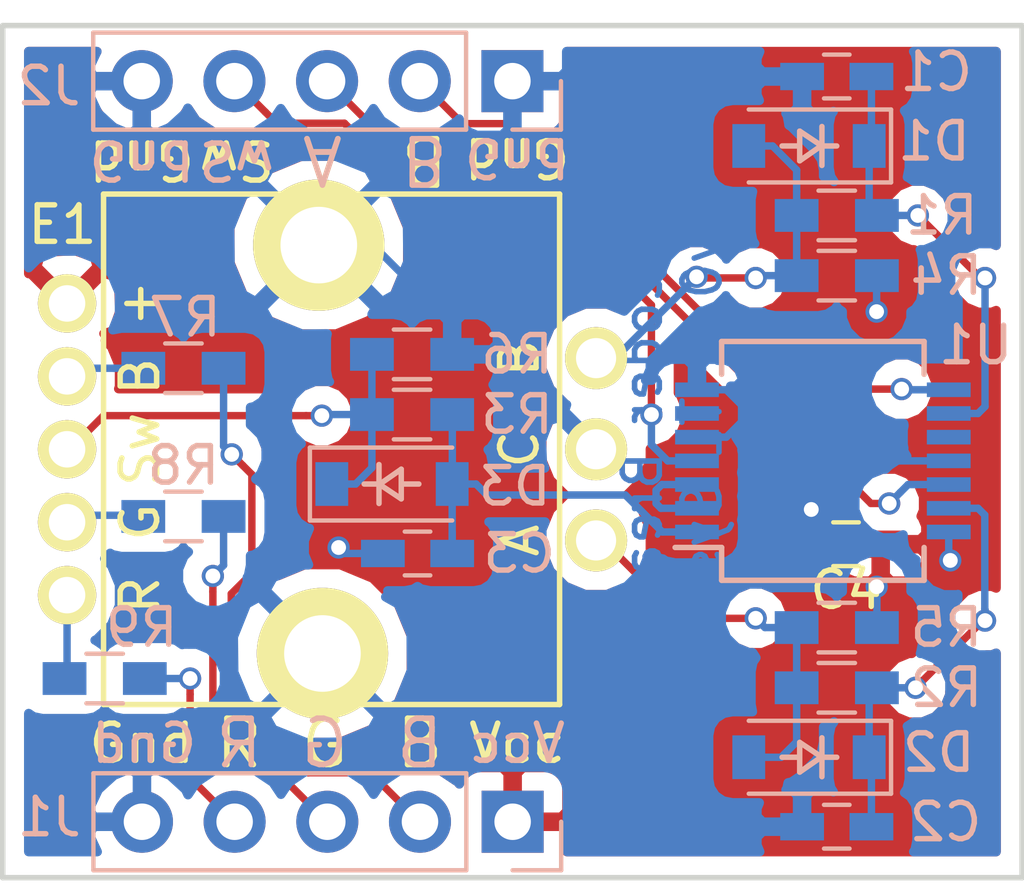
<source format=kicad_pcb>
(kicad_pcb (version 4) (host pcbnew 4.0.6)

  (general
    (links 46)
    (no_connects 0)
    (area 104.856599 90.638199 132.946601 117.1646)
    (thickness 1.6)
    (drawings 25)
    (tracks 165)
    (zones 0)
    (modules 20)
    (nets 21)
  )

  (page A4)
  (title_block
    (title "Rotary Encoder w/Debounce & LEDs Breakout Board")
    (date 2017-12-15)
    (rev v0.4)
    (company "TL Systems")
  )

  (layers
    (0 F.Cu signal)
    (31 B.Cu signal)
    (32 B.Adhes user hide)
    (33 F.Adhes user hide)
    (34 B.Paste user)
    (35 F.Paste user)
    (36 B.SilkS user)
    (37 F.SilkS user)
    (38 B.Mask user)
    (39 F.Mask user)
    (40 Dwgs.User user hide)
    (41 Cmts.User user hide)
    (42 Eco1.User user hide)
    (43 Eco2.User user hide)
    (44 Edge.Cuts user)
    (45 Margin user hide)
    (46 B.CrtYd user hide)
    (47 F.CrtYd user hide)
    (48 B.Fab user hide)
    (49 F.Fab user hide)
  )

  (setup
    (last_trace_width 0.2032)
    (trace_clearance 0.2032)
    (zone_clearance 0.508)
    (zone_45_only no)
    (trace_min 0)
    (segment_width 0.2)
    (edge_width 0.15)
    (via_size 0.6096)
    (via_drill 0.4064)
    (via_min_size 0.381)
    (via_min_drill 0.2794)
    (uvia_size 0.3)
    (uvia_drill 0.1)
    (uvias_allowed no)
    (uvia_min_size 0)
    (uvia_min_drill 0)
    (pcb_text_width 0.3)
    (pcb_text_size 1.5 1.5)
    (mod_edge_width 0.15)
    (mod_text_size 1 1)
    (mod_text_width 0.15)
    (pad_size 1.524 1.524)
    (pad_drill 0.762)
    (pad_to_mask_clearance 0.2)
    (aux_axis_origin 0 0)
    (grid_origin 104.9316 114.5104)
    (visible_elements 7FFEEFFF)
    (pcbplotparams
      (layerselection 0x010fc_80000001)
      (usegerberextensions false)
      (excludeedgelayer true)
      (linewidth 0.100000)
      (plotframeref false)
      (viasonmask false)
      (mode 1)
      (useauxorigin false)
      (hpglpennumber 1)
      (hpglpenspeed 20)
      (hpglpendiameter 15)
      (hpglpenoverlay 2)
      (psnegative false)
      (psa4output false)
      (plotreference true)
      (plotvalue true)
      (plotinvisibletext false)
      (padsonsilk false)
      (subtractmaskfromsilk false)
      (outputformat 1)
      (mirror false)
      (drillshape 0)
      (scaleselection 1)
      (outputdirectory Gerbers/))
  )

  (net 0 "")
  (net 1 "Net-(C1-Pad1)")
  (net 2 GND)
  (net 3 "Net-(C2-Pad1)")
  (net 4 "Net-(D1-Pad2)")
  (net 5 "Net-(D2-Pad2)")
  (net 6 "Net-(E1-Pad2)")
  (net 7 "Net-(E1-Pad4)")
  (net 8 VCC)
  (net 9 "Net-(E1-Pad5)")
  (net 10 "Net-(J1-Pad2)")
  (net 11 "Net-(J1-Pad3)")
  (net 12 "Net-(J1-Pad4)")
  (net 13 "Net-(J2-Pad2)")
  (net 14 "Net-(J2-Pad3)")
  (net 15 "Net-(U1-Pad6)")
  (net 16 "Net-(D3-Pad1)")
  (net 17 "Net-(C3-Pad2)")
  (net 18 "Net-(U1-Pad2)")
  (net 19 "Net-(J2-Pad4)")
  (net 20 "Net-(U1-Pad10)")

  (net_class Default "This is the default net class."
    (clearance 0.2032)
    (trace_width 0.2032)
    (via_dia 0.6096)
    (via_drill 0.4064)
    (uvia_dia 0.3)
    (uvia_drill 0.1)
    (add_net GND)
    (add_net "Net-(C1-Pad1)")
    (add_net "Net-(C2-Pad1)")
    (add_net "Net-(C3-Pad2)")
    (add_net "Net-(D1-Pad2)")
    (add_net "Net-(D2-Pad2)")
    (add_net "Net-(D3-Pad1)")
    (add_net "Net-(E1-Pad2)")
    (add_net "Net-(E1-Pad4)")
    (add_net "Net-(E1-Pad5)")
    (add_net "Net-(J1-Pad2)")
    (add_net "Net-(J1-Pad3)")
    (add_net "Net-(J1-Pad4)")
    (add_net "Net-(J2-Pad2)")
    (add_net "Net-(J2-Pad3)")
    (add_net "Net-(J2-Pad4)")
    (add_net "Net-(U1-Pad10)")
    (add_net "Net-(U1-Pad2)")
    (add_net "Net-(U1-Pad6)")
    (add_net VCC)
  )

  (module BreakoutBoards:D_SOD-123 (layer B.Cu) (tedit 58645DC7) (tstamp 5A093294)
    (at 115.6006 103.7154)
    (descr SOD-123)
    (tags SOD-123)
    (path /5A09365A)
    (attr smd)
    (fp_text reference D3 (at 3.3645 0.0635 180) (layer B.SilkS)
      (effects (font (size 1 1) (thickness 0.15)) (justify mirror))
    )
    (fp_text value 1n4149 (at 0 -2.1) (layer B.Fab)
      (effects (font (size 1 1) (thickness 0.15)) (justify mirror))
    )
    (fp_line (start 0.2794 0) (end 0.7366 0) (layer B.SilkS) (width 0.15))
    (fp_line (start 0.254 -0.4064) (end -0.3302 0) (layer B.SilkS) (width 0.15))
    (fp_line (start 0.254 0.4064) (end 0.254 -0.4064) (layer B.SilkS) (width 0.15))
    (fp_line (start -0.3556 0) (end 0.254 0.4064) (layer B.SilkS) (width 0.15))
    (fp_line (start -0.762 0) (end -0.381 0) (layer B.SilkS) (width 0.15))
    (fp_line (start -0.3556 0.5334) (end -0.3556 -0.5334) (layer B.SilkS) (width 0.15))
    (fp_text user %R (at 0 2) (layer B.Fab)
      (effects (font (size 1 1) (thickness 0.15)) (justify mirror))
    )
    (fp_line (start -2.25 1) (end -2.25 -1) (layer B.SilkS) (width 0.12))
    (fp_line (start 0.25 0) (end 0.75 0) (layer B.Fab) (width 0.1))
    (fp_line (start 0.25 -0.4) (end -0.35 0) (layer B.Fab) (width 0.1))
    (fp_line (start 0.25 0.4) (end 0.25 -0.4) (layer B.Fab) (width 0.1))
    (fp_line (start -0.35 0) (end 0.25 0.4) (layer B.Fab) (width 0.1))
    (fp_line (start -0.35 0) (end -0.35 -0.55) (layer B.Fab) (width 0.1))
    (fp_line (start -0.35 0) (end -0.35 0.55) (layer B.Fab) (width 0.1))
    (fp_line (start -0.75 0) (end -0.35 0) (layer B.Fab) (width 0.1))
    (fp_line (start -1.4 -0.9) (end -1.4 0.9) (layer B.Fab) (width 0.1))
    (fp_line (start 1.4 -0.9) (end -1.4 -0.9) (layer B.Fab) (width 0.1))
    (fp_line (start 1.4 0.9) (end 1.4 -0.9) (layer B.Fab) (width 0.1))
    (fp_line (start -1.4 0.9) (end 1.4 0.9) (layer B.Fab) (width 0.1))
    (fp_line (start -2.35 1.15) (end 2.35 1.15) (layer B.CrtYd) (width 0.05))
    (fp_line (start 2.35 1.15) (end 2.35 -1.15) (layer B.CrtYd) (width 0.05))
    (fp_line (start 2.35 -1.15) (end -2.35 -1.15) (layer B.CrtYd) (width 0.05))
    (fp_line (start -2.35 1.15) (end -2.35 -1.15) (layer B.CrtYd) (width 0.05))
    (fp_line (start -2.25 -1) (end 1.65 -1) (layer B.SilkS) (width 0.12))
    (fp_line (start -2.25 1) (end 1.65 1) (layer B.SilkS) (width 0.12))
    (pad 1 smd rect (at -1.65 0) (size 0.9 1.2) (layers B.Cu B.Paste B.Mask)
      (net 16 "Net-(D3-Pad1)"))
    (pad 2 smd rect (at 1.65 0) (size 0.9 1.2) (layers B.Cu B.Paste B.Mask)
      (net 17 "Net-(C3-Pad2)"))
    (model ${KISYS3DMOD}/Diodes_SMD.3dshapes/D_SOD-123.wrl
      (at (xyz 0 0 0))
      (scale (xyz 1 1 1))
      (rotate (xyz 0 0 0))
    )
  )

  (module BreakoutBoards:QuadEncoder_withLEDS (layer F.Cu) (tedit 5A149FEF) (tstamp 5A14A236)
    (at 113.6946 102.7629 90)
    (path /5A0A21C6)
    (fp_text reference E1 (at 6.1595 -7.127 180) (layer F.SilkS)
      (effects (font (size 1 1) (thickness 0.15)))
    )
    (fp_text value ROTARY_ENCDR_LIGHTED (at 0.2 -0.2 90) (layer F.Fab)
      (effects (font (size 1 1) (thickness 0.15)))
    )
    (fp_text user B (at 2.5 5.4 90) (layer F.SilkS)
      (effects (font (size 1 1) (thickness 0.15)))
    )
    (fp_text user C (at 0 5.4 90) (layer F.SilkS)
      (effects (font (size 1 1) (thickness 0.15)))
    )
    (fp_text user A (at -2.5 5.4 90) (layer F.SilkS)
      (effects (font (size 1 1) (thickness 0.15)))
    )
    (fp_text user B (at 2 -5 90) (layer F.SilkS)
      (effects (font (size 1 1) (thickness 0.15)))
    )
    (fp_text user R (at -4 -5 90) (layer F.SilkS)
      (effects (font (size 1 1) (thickness 0.15)))
    )
    (fp_line (start 7 -6) (end -7 -6) (layer F.SilkS) (width 0.15))
    (fp_line (start 7 6.5) (end 7 -6) (layer F.SilkS) (width 0.15))
    (fp_line (start -7 6.5) (end 7 6.5) (layer F.SilkS) (width 0.15))
    (fp_line (start -7 -6) (end -7 6.5) (layer F.SilkS) (width 0.15))
    (fp_text user G (at -2 -5 90) (layer F.SilkS)
      (effects (font (size 1 1) (thickness 0.15)))
    )
    (fp_text user Sw (at 0 -5 90) (layer F.SilkS)
      (effects (font (size 1 1) (thickness 0.15)))
    )
    (fp_text user + (at 4 -5.0546 90) (layer F.SilkS)
      (effects (font (size 1 1) (thickness 0.15)))
    )
    (pad 2 thru_hole circle (at 2 -7 90) (size 1.6 1.6) (drill 1) (layers *.Cu *.Mask F.SilkS)
      (net 6 "Net-(E1-Pad2)"))
    (pad 4 thru_hole circle (at -2 -7 90) (size 1.6 1.6) (drill 1) (layers *.Cu *.Mask F.SilkS)
      (net 7 "Net-(E1-Pad4)"))
    (pad 7 thru_hole circle (at 0 7.5 90) (size 1.7 1.7) (drill 1.1) (layers *.Cu *.Mask F.SilkS)
      (net 2 GND))
    (pad 9 thru_hole circle (at -5.6 0 90) (size 3.6 3.6) (drill 2.1) (layers *.Cu *.Mask F.SilkS)
      (net 2 GND))
    (pad 6 thru_hole circle (at -2.5 7.5 90) (size 1.7 1.7) (drill 1.1) (layers *.Cu *.Mask F.SilkS)
      (net 5 "Net-(D2-Pad2)"))
    (pad 8 thru_hole circle (at 2.5 7.5 90) (size 1.7 1.7) (drill 1.1) (layers *.Cu *.Mask F.SilkS)
      (net 4 "Net-(D1-Pad2)"))
    (pad 3 thru_hole circle (at 0 -7 90) (size 1.6 1.6) (drill 1) (layers *.Cu *.Mask F.SilkS)
      (net 16 "Net-(D3-Pad1)"))
    (pad 1 thru_hole circle (at 4 -7 90) (size 1.6 1.6) (drill 1) (layers *.Cu *.Mask F.SilkS)
      (net 8 VCC))
    (pad 5 thru_hole circle (at -4 -7 90) (size 1.6 1.6) (drill 1) (layers *.Cu *.Mask F.SilkS)
      (net 9 "Net-(E1-Pad5)"))
    (pad 10 thru_hole circle (at 5.6 -0.1 90) (size 3.6 3.6) (drill 2.1) (layers *.Cu *.Mask F.SilkS)
      (net 2 GND))
    (model D:/Apps/ioProto16/ioProto16/ioProto16.pretty/QuadratureEncoder.wrl
      (at (xyz 0 0 -0.062))
      (scale (xyz 0.4 0.4 0.4))
      (rotate (xyz -90 0 0))
    )
  )

  (module BreakoutBoards:Pin_Header_Straight_1x05_Pitch2.54mm (layer B.Cu) (tedit 59650532) (tstamp 5A18C7DC)
    (at 113.81563 92.675308 180)
    (descr "Through hole straight pin header, 1x05, 2.54mm pitch, single row")
    (tags "Through hole pin header THT 1x05 2.54mm single row")
    (path /5A18D58B)
    (fp_text reference J2 (at 7.62 -0.127 360) (layer B.SilkS)
      (effects (font (size 1 1) (thickness 0.15)) (justify mirror))
    )
    (fp_text value CONN_01X05 (at 1.3 -3.1 180) (layer B.Fab)
      (effects (font (size 1 1) (thickness 0.15)) (justify mirror))
    )
    (fp_line (start -6.35597 -0.626092) (end -6.35597 1.278908) (layer B.Fab) (width 0.1))
    (fp_line (start -6.35597 1.278908) (end 6.34403 1.278908) (layer B.Fab) (width 0.1))
    (fp_line (start 6.34403 1.278908) (end 6.34403 -1.261092) (layer B.Fab) (width 0.1))
    (fp_line (start 6.34403 -1.261092) (end -5.72097 -1.261092) (layer B.Fab) (width 0.1))
    (fp_line (start -5.72097 -1.261092) (end -6.35597 -0.626092) (layer B.Fab) (width 0.1))
    (fp_line (start 6.40403 -1.321092) (end 6.40403 1.338908) (layer B.SilkS) (width 0.12))
    (fp_line (start -3.81597 -1.321092) (end 6.40403 -1.321092) (layer B.SilkS) (width 0.12))
    (fp_line (start -3.81597 1.338908) (end 6.40403 1.338908) (layer B.SilkS) (width 0.12))
    (fp_line (start -3.81597 -1.321092) (end -3.81597 1.338908) (layer B.SilkS) (width 0.12))
    (fp_line (start -5.08597 -1.321092) (end -6.41597 -1.321092) (layer B.SilkS) (width 0.12))
    (fp_line (start -6.41597 -1.321092) (end -6.41597 0.008908) (layer B.SilkS) (width 0.12))
    (fp_line (start -6.88597 -1.791092) (end 6.86403 -1.791092) (layer B.CrtYd) (width 0.05))
    (fp_line (start 6.86403 -1.791092) (end 6.86403 1.808908) (layer B.CrtYd) (width 0.05))
    (fp_line (start 6.86403 1.808908) (end -6.88597 1.808908) (layer B.CrtYd) (width 0.05))
    (fp_line (start -6.88597 1.808908) (end -6.88597 -1.791092) (layer B.CrtYd) (width 0.05))
    (fp_text user %R (at -0.00597 0.008908 360) (layer B.Fab)
      (effects (font (size 1 1) (thickness 0.15)) (justify mirror))
    )
    (pad 1 thru_hole rect (at -5.08597 0.008908 90) (size 1.7 1.7) (drill 1) (layers *.Cu *.Mask)
      (net 2 GND))
    (pad 2 thru_hole oval (at -2.54597 0.008908 90) (size 1.7 1.7) (drill 1) (layers *.Cu *.Mask)
      (net 13 "Net-(J2-Pad2)"))
    (pad 3 thru_hole oval (at -0.00597 0.008908 90) (size 1.7 1.7) (drill 1) (layers *.Cu *.Mask)
      (net 14 "Net-(J2-Pad3)"))
    (pad 4 thru_hole oval (at 2.53403 0.008908 90) (size 1.7 1.7) (drill 1) (layers *.Cu *.Mask)
      (net 19 "Net-(J2-Pad4)"))
    (pad 5 thru_hole oval (at 5.07403 0.008908 90) (size 1.7 1.7) (drill 1) (layers *.Cu *.Mask)
      (net 2 GND))
    (model ${KISYS3DMOD}/Pin_Headers.3dshapes/Pin_Header_Straight_1x05_Pitch2.54mm.wrl
      (at (xyz 0 0 0))
      (scale (xyz 1 1 1))
      (rotate (xyz 0 0 0))
    )
  )

  (module BreakoutBoards:SSOP-14_5.3x6.2mm_Pitch0.65mm (layer B.Cu) (tedit 54130A77) (tstamp 5A093374)
    (at 127.4106 103.0804)
    (descr "SSOP14: plastic shrink small outline package; 14 leads; body width 5.3 mm; (see NXP SSOP-TSSOP-VSO-REFLOW.pdf and sot337-1_po.pdf)")
    (tags "SSOP 0.65")
    (path /5A08E9B1)
    (attr smd)
    (fp_text reference U1 (at 4.191 -3.175) (layer B.SilkS)
      (effects (font (size 1 1) (thickness 0.15)) (justify mirror))
    )
    (fp_text value 74HC14 (at 0 -4.2) (layer B.Fab)
      (effects (font (size 1 1) (thickness 0.15)) (justify mirror))
    )
    (fp_line (start -4.3 3.45) (end -4.3 -3.45) (layer B.CrtYd) (width 0.05))
    (fp_line (start 4.3 3.45) (end 4.3 -3.45) (layer B.CrtYd) (width 0.05))
    (fp_line (start -4.3 3.45) (end 4.3 3.45) (layer B.CrtYd) (width 0.05))
    (fp_line (start -4.3 -3.45) (end 4.3 -3.45) (layer B.CrtYd) (width 0.05))
    (fp_line (start -2.775 3.275) (end -2.775 2.375) (layer B.SilkS) (width 0.15))
    (fp_line (start 2.775 3.275) (end 2.775 2.375) (layer B.SilkS) (width 0.15))
    (fp_line (start 2.775 -3.275) (end 2.775 -2.375) (layer B.SilkS) (width 0.15))
    (fp_line (start -2.775 -3.275) (end -2.775 -2.375) (layer B.SilkS) (width 0.15))
    (fp_line (start -2.775 3.275) (end 2.775 3.275) (layer B.SilkS) (width 0.15))
    (fp_line (start -2.775 -3.275) (end 2.775 -3.275) (layer B.SilkS) (width 0.15))
    (fp_line (start -2.775 2.375) (end -4.05 2.375) (layer B.SilkS) (width 0.15))
    (pad 1 smd rect (at -3.45 1.95) (size 1.2 0.4) (layers B.Cu B.Paste B.Mask)
      (net 17 "Net-(C3-Pad2)"))
    (pad 2 smd rect (at -3.45 1.3) (size 1.2 0.4) (layers B.Cu B.Paste B.Mask)
      (net 18 "Net-(U1-Pad2)"))
    (pad 3 smd rect (at -3.45 0.65) (size 1.2 0.4) (layers B.Cu B.Paste B.Mask)
      (net 18 "Net-(U1-Pad2)"))
    (pad 4 smd rect (at -3.45 0) (size 1.2 0.4) (layers B.Cu B.Paste B.Mask)
      (net 19 "Net-(J2-Pad4)"))
    (pad 5 smd rect (at -3.45 -0.65) (size 1.2 0.4) (layers B.Cu B.Paste B.Mask)
      (net 2 GND))
    (pad 6 smd rect (at -3.45 -1.3) (size 1.2 0.4) (layers B.Cu B.Paste B.Mask)
      (net 15 "Net-(U1-Pad6)"))
    (pad 7 smd rect (at -3.45 -1.95) (size 1.2 0.4) (layers B.Cu B.Paste B.Mask)
      (net 2 GND))
    (pad 8 smd rect (at 3.45 -1.95) (size 1.2 0.4) (layers B.Cu B.Paste B.Mask)
      (net 13 "Net-(J2-Pad2)"))
    (pad 9 smd rect (at 3.45 -1.3) (size 1.2 0.4) (layers B.Cu B.Paste B.Mask)
      (net 1 "Net-(C1-Pad1)"))
    (pad 10 smd rect (at 3.45 -0.65) (size 1.2 0.4) (layers B.Cu B.Paste B.Mask)
      (net 20 "Net-(U1-Pad10)"))
    (pad 11 smd rect (at 3.45 0) (size 1.2 0.4) (layers B.Cu B.Paste B.Mask)
      (net 2 GND))
    (pad 12 smd rect (at 3.45 0.65) (size 1.2 0.4) (layers B.Cu B.Paste B.Mask)
      (net 14 "Net-(J2-Pad3)"))
    (pad 13 smd rect (at 3.45 1.3) (size 1.2 0.4) (layers B.Cu B.Paste B.Mask)
      (net 3 "Net-(C2-Pad1)"))
    (pad 14 smd rect (at 3.45 1.95) (size 1.2 0.4) (layers B.Cu B.Paste B.Mask)
      (net 8 VCC))
    (model Housings_SSOP.3dshapes/SSOP-14_5.3x6.2mm_Pitch0.65mm.wrl
      (at (xyz 0 0 0))
      (scale (xyz 1 1 1))
      (rotate (xyz 0 0 0))
    )
  )

  (module BreakoutBoards:R_0603_HandSoldering (layer B.Cu) (tedit 58E0A804) (tstamp 5A0932CF)
    (at 127.7916 96.3494)
    (descr "Resistor SMD 0603, hand soldering")
    (tags "resistor 0603")
    (path /5A092268)
    (attr smd)
    (fp_text reference R1 (at 2.878 0) (layer B.SilkS)
      (effects (font (size 1 1) (thickness 0.15)) (justify mirror))
    )
    (fp_text value 10K (at 0 -1.55) (layer B.Fab)
      (effects (font (size 1 1) (thickness 0.15)) (justify mirror))
    )
    (fp_text user %R (at 0 0) (layer B.Fab)
      (effects (font (size 0.4 0.4) (thickness 0.075)) (justify mirror))
    )
    (fp_line (start -0.8 -0.4) (end -0.8 0.4) (layer B.Fab) (width 0.1))
    (fp_line (start 0.8 -0.4) (end -0.8 -0.4) (layer B.Fab) (width 0.1))
    (fp_line (start 0.8 0.4) (end 0.8 -0.4) (layer B.Fab) (width 0.1))
    (fp_line (start -0.8 0.4) (end 0.8 0.4) (layer B.Fab) (width 0.1))
    (fp_line (start 0.5 -0.68) (end -0.5 -0.68) (layer B.SilkS) (width 0.12))
    (fp_line (start -0.5 0.68) (end 0.5 0.68) (layer B.SilkS) (width 0.12))
    (fp_line (start -1.96 0.7) (end 1.95 0.7) (layer B.CrtYd) (width 0.05))
    (fp_line (start -1.96 0.7) (end -1.96 -0.7) (layer B.CrtYd) (width 0.05))
    (fp_line (start 1.95 -0.7) (end 1.95 0.7) (layer B.CrtYd) (width 0.05))
    (fp_line (start 1.95 -0.7) (end -1.96 -0.7) (layer B.CrtYd) (width 0.05))
    (pad 1 smd rect (at -1.1 0) (size 1.2 0.9) (layers B.Cu B.Paste B.Mask)
      (net 4 "Net-(D1-Pad2)"))
    (pad 2 smd rect (at 1.1 0) (size 1.2 0.9) (layers B.Cu B.Paste B.Mask)
      (net 1 "Net-(C1-Pad1)"))
    (model ${KISYS3DMOD}/Resistors_SMD.3dshapes/R_0603.wrl
      (at (xyz 0 0 0))
      (scale (xyz 1 1 1))
      (rotate (xyz 0 0 0))
    )
  )

  (module BreakoutBoards:C_0603_HandSoldering (layer F.Cu) (tedit 58AA848B) (tstamp 5A17784A)
    (at 128.0456 105.3664 180)
    (descr "Capacitor SMD 0603, hand soldering")
    (tags "capacitor 0603")
    (path /5A1784FF)
    (attr smd)
    (fp_text reference C4 (at 0 -1.25 180) (layer F.SilkS)
      (effects (font (size 1 1) (thickness 0.15)))
    )
    (fp_text value .1uF (at 0 1.5 180) (layer F.Fab)
      (effects (font (size 1 1) (thickness 0.15)))
    )
    (fp_text user %R (at 0 -1.25 180) (layer F.Fab)
      (effects (font (size 1 1) (thickness 0.15)))
    )
    (fp_line (start -0.8 0.4) (end -0.8 -0.4) (layer F.Fab) (width 0.1))
    (fp_line (start 0.8 0.4) (end -0.8 0.4) (layer F.Fab) (width 0.1))
    (fp_line (start 0.8 -0.4) (end 0.8 0.4) (layer F.Fab) (width 0.1))
    (fp_line (start -0.8 -0.4) (end 0.8 -0.4) (layer F.Fab) (width 0.1))
    (fp_line (start -0.35 -0.6) (end 0.35 -0.6) (layer F.SilkS) (width 0.12))
    (fp_line (start 0.35 0.6) (end -0.35 0.6) (layer F.SilkS) (width 0.12))
    (fp_line (start -1.8 -0.65) (end 1.8 -0.65) (layer F.CrtYd) (width 0.05))
    (fp_line (start -1.8 -0.65) (end -1.8 0.65) (layer F.CrtYd) (width 0.05))
    (fp_line (start 1.8 0.65) (end 1.8 -0.65) (layer F.CrtYd) (width 0.05))
    (fp_line (start 1.8 0.65) (end -1.8 0.65) (layer F.CrtYd) (width 0.05))
    (pad 1 smd rect (at -0.95 0 180) (size 1.2 0.75) (layers F.Cu F.Paste F.Mask)
      (net 8 VCC))
    (pad 2 smd rect (at 0.95 0 180) (size 1.2 0.75) (layers F.Cu F.Paste F.Mask)
      (net 2 GND))
    (model Capacitors_SMD.3dshapes/C_0603.wrl
      (at (xyz 0 0 0))
      (scale (xyz 1 1 1))
      (rotate (xyz 0 0 0))
    )
  )

  (module BreakoutBoards:R_0603_HandSoldering (layer B.Cu) (tedit 58E0A804) (tstamp 5A093302)
    (at 127.7916 98.0004)
    (descr "Resistor SMD 0603, hand soldering")
    (tags "resistor 0603")
    (path /5A092695)
    (attr smd)
    (fp_text reference R4 (at 3.005 0 180) (layer B.SilkS)
      (effects (font (size 1 1) (thickness 0.15)) (justify mirror))
    )
    (fp_text value 10K (at 0 -1.55) (layer B.Fab)
      (effects (font (size 1 1) (thickness 0.15)) (justify mirror))
    )
    (fp_text user %R (at 0 0) (layer B.Fab)
      (effects (font (size 0.4 0.4) (thickness 0.075)) (justify mirror))
    )
    (fp_line (start -0.8 -0.4) (end -0.8 0.4) (layer B.Fab) (width 0.1))
    (fp_line (start 0.8 -0.4) (end -0.8 -0.4) (layer B.Fab) (width 0.1))
    (fp_line (start 0.8 0.4) (end 0.8 -0.4) (layer B.Fab) (width 0.1))
    (fp_line (start -0.8 0.4) (end 0.8 0.4) (layer B.Fab) (width 0.1))
    (fp_line (start 0.5 -0.68) (end -0.5 -0.68) (layer B.SilkS) (width 0.12))
    (fp_line (start -0.5 0.68) (end 0.5 0.68) (layer B.SilkS) (width 0.12))
    (fp_line (start -1.96 0.7) (end 1.95 0.7) (layer B.CrtYd) (width 0.05))
    (fp_line (start -1.96 0.7) (end -1.96 -0.7) (layer B.CrtYd) (width 0.05))
    (fp_line (start 1.95 -0.7) (end 1.95 0.7) (layer B.CrtYd) (width 0.05))
    (fp_line (start 1.95 -0.7) (end -1.96 -0.7) (layer B.CrtYd) (width 0.05))
    (pad 1 smd rect (at -1.1 0) (size 1.2 0.9) (layers B.Cu B.Paste B.Mask)
      (net 4 "Net-(D1-Pad2)"))
    (pad 2 smd rect (at 1.1 0) (size 1.2 0.9) (layers B.Cu B.Paste B.Mask)
      (net 8 VCC))
    (model ${KISYS3DMOD}/Resistors_SMD.3dshapes/R_0603.wrl
      (at (xyz 0 0 0))
      (scale (xyz 1 1 1))
      (rotate (xyz 0 0 0))
    )
  )

  (module BreakoutBoards:C_0603_HandSoldering (layer B.Cu) (tedit 58AA848B) (tstamp 5A093215)
    (at 127.7916 92.5394 180)
    (descr "Capacitor SMD 0603, hand soldering")
    (tags "capacitor 0603")
    (path /5A092D77)
    (attr smd)
    (fp_text reference C1 (at -2.728 0.127 180) (layer B.SilkS)
      (effects (font (size 1 1) (thickness 0.15)) (justify mirror))
    )
    (fp_text value .01uF (at 0 -1.5 180) (layer B.Fab)
      (effects (font (size 1 1) (thickness 0.15)) (justify mirror))
    )
    (fp_text user %R (at 0 1.25 180) (layer B.Fab)
      (effects (font (size 1 1) (thickness 0.15)) (justify mirror))
    )
    (fp_line (start -0.8 -0.4) (end -0.8 0.4) (layer B.Fab) (width 0.1))
    (fp_line (start 0.8 -0.4) (end -0.8 -0.4) (layer B.Fab) (width 0.1))
    (fp_line (start 0.8 0.4) (end 0.8 -0.4) (layer B.Fab) (width 0.1))
    (fp_line (start -0.8 0.4) (end 0.8 0.4) (layer B.Fab) (width 0.1))
    (fp_line (start -0.35 0.6) (end 0.35 0.6) (layer B.SilkS) (width 0.12))
    (fp_line (start 0.35 -0.6) (end -0.35 -0.6) (layer B.SilkS) (width 0.12))
    (fp_line (start -1.8 0.65) (end 1.8 0.65) (layer B.CrtYd) (width 0.05))
    (fp_line (start -1.8 0.65) (end -1.8 -0.65) (layer B.CrtYd) (width 0.05))
    (fp_line (start 1.8 -0.65) (end 1.8 0.65) (layer B.CrtYd) (width 0.05))
    (fp_line (start 1.8 -0.65) (end -1.8 -0.65) (layer B.CrtYd) (width 0.05))
    (pad 1 smd rect (at -0.95 0 180) (size 1.2 0.75) (layers B.Cu B.Paste B.Mask)
      (net 1 "Net-(C1-Pad1)"))
    (pad 2 smd rect (at 0.95 0 180) (size 1.2 0.75) (layers B.Cu B.Paste B.Mask)
      (net 2 GND))
    (model Capacitors_SMD.3dshapes/C_0603.wrl
      (at (xyz 0 0 0))
      (scale (xyz 1 1 1))
      (rotate (xyz 0 0 0))
    )
  )

  (module BreakoutBoards:D_SOD-123 (layer B.Cu) (tedit 58645DC7) (tstamp 5A093256)
    (at 127.0296 94.4444 180)
    (descr SOD-123)
    (tags SOD-123)
    (path /5A09368F)
    (attr smd)
    (fp_text reference D1 (at -3.428 0.127 180) (layer B.SilkS)
      (effects (font (size 1 1) (thickness 0.15)) (justify mirror))
    )
    (fp_text value 1n4149 (at 0 -2.1 180) (layer B.Fab)
      (effects (font (size 1 1) (thickness 0.15)) (justify mirror))
    )
    (fp_line (start 0.2794 0) (end 0.7366 0) (layer B.SilkS) (width 0.15))
    (fp_line (start 0.254 -0.4064) (end -0.3302 0) (layer B.SilkS) (width 0.15))
    (fp_line (start 0.254 0.4064) (end 0.254 -0.4064) (layer B.SilkS) (width 0.15))
    (fp_line (start -0.3556 0) (end 0.254 0.4064) (layer B.SilkS) (width 0.15))
    (fp_line (start -0.762 0) (end -0.381 0) (layer B.SilkS) (width 0.15))
    (fp_line (start -0.3556 0.5334) (end -0.3556 -0.5334) (layer B.SilkS) (width 0.15))
    (fp_text user %R (at 0 2 180) (layer B.Fab)
      (effects (font (size 1 1) (thickness 0.15)) (justify mirror))
    )
    (fp_line (start -2.25 1) (end -2.25 -1) (layer B.SilkS) (width 0.12))
    (fp_line (start 0.25 0) (end 0.75 0) (layer B.Fab) (width 0.1))
    (fp_line (start 0.25 -0.4) (end -0.35 0) (layer B.Fab) (width 0.1))
    (fp_line (start 0.25 0.4) (end 0.25 -0.4) (layer B.Fab) (width 0.1))
    (fp_line (start -0.35 0) (end 0.25 0.4) (layer B.Fab) (width 0.1))
    (fp_line (start -0.35 0) (end -0.35 -0.55) (layer B.Fab) (width 0.1))
    (fp_line (start -0.35 0) (end -0.35 0.55) (layer B.Fab) (width 0.1))
    (fp_line (start -0.75 0) (end -0.35 0) (layer B.Fab) (width 0.1))
    (fp_line (start -1.4 -0.9) (end -1.4 0.9) (layer B.Fab) (width 0.1))
    (fp_line (start 1.4 -0.9) (end -1.4 -0.9) (layer B.Fab) (width 0.1))
    (fp_line (start 1.4 0.9) (end 1.4 -0.9) (layer B.Fab) (width 0.1))
    (fp_line (start -1.4 0.9) (end 1.4 0.9) (layer B.Fab) (width 0.1))
    (fp_line (start -2.35 1.15) (end 2.35 1.15) (layer B.CrtYd) (width 0.05))
    (fp_line (start 2.35 1.15) (end 2.35 -1.15) (layer B.CrtYd) (width 0.05))
    (fp_line (start 2.35 -1.15) (end -2.35 -1.15) (layer B.CrtYd) (width 0.05))
    (fp_line (start -2.35 1.15) (end -2.35 -1.15) (layer B.CrtYd) (width 0.05))
    (fp_line (start -2.25 -1) (end 1.65 -1) (layer B.SilkS) (width 0.12))
    (fp_line (start -2.25 1) (end 1.65 1) (layer B.SilkS) (width 0.12))
    (pad 1 smd rect (at -1.65 0 180) (size 0.9 1.2) (layers B.Cu B.Paste B.Mask)
      (net 1 "Net-(C1-Pad1)"))
    (pad 2 smd rect (at 1.65 0 180) (size 0.9 1.2) (layers B.Cu B.Paste B.Mask)
      (net 4 "Net-(D1-Pad2)"))
    (model ${KISYS3DMOD}/Diodes_SMD.3dshapes/D_SOD-123.wrl
      (at (xyz 0 0 0))
      (scale (xyz 1 1 1))
      (rotate (xyz 0 0 0))
    )
  )

  (module BreakoutBoards:D_SOD-123 (layer B.Cu) (tedit 58645DC7) (tstamp 5A093275)
    (at 127.0296 111.2084 180)
    (descr SOD-123)
    (tags SOD-123)
    (path /5A093123)
    (attr smd)
    (fp_text reference D2 (at -3.555 0.127 180) (layer B.SilkS)
      (effects (font (size 1 1) (thickness 0.15)) (justify mirror))
    )
    (fp_text value 1n4149 (at 0 -2.1 180) (layer B.Fab)
      (effects (font (size 1 1) (thickness 0.15)) (justify mirror))
    )
    (fp_line (start 0.2794 0) (end 0.7366 0) (layer B.SilkS) (width 0.15))
    (fp_line (start 0.254 -0.4064) (end -0.3302 0) (layer B.SilkS) (width 0.15))
    (fp_line (start 0.254 0.4064) (end 0.254 -0.4064) (layer B.SilkS) (width 0.15))
    (fp_line (start -0.3556 0) (end 0.254 0.4064) (layer B.SilkS) (width 0.15))
    (fp_line (start -0.762 0) (end -0.381 0) (layer B.SilkS) (width 0.15))
    (fp_line (start -0.3556 0.5334) (end -0.3556 -0.5334) (layer B.SilkS) (width 0.15))
    (fp_text user %R (at 0 2 180) (layer B.Fab)
      (effects (font (size 1 1) (thickness 0.15)) (justify mirror))
    )
    (fp_line (start -2.25 1) (end -2.25 -1) (layer B.SilkS) (width 0.12))
    (fp_line (start 0.25 0) (end 0.75 0) (layer B.Fab) (width 0.1))
    (fp_line (start 0.25 -0.4) (end -0.35 0) (layer B.Fab) (width 0.1))
    (fp_line (start 0.25 0.4) (end 0.25 -0.4) (layer B.Fab) (width 0.1))
    (fp_line (start -0.35 0) (end 0.25 0.4) (layer B.Fab) (width 0.1))
    (fp_line (start -0.35 0) (end -0.35 -0.55) (layer B.Fab) (width 0.1))
    (fp_line (start -0.35 0) (end -0.35 0.55) (layer B.Fab) (width 0.1))
    (fp_line (start -0.75 0) (end -0.35 0) (layer B.Fab) (width 0.1))
    (fp_line (start -1.4 -0.9) (end -1.4 0.9) (layer B.Fab) (width 0.1))
    (fp_line (start 1.4 -0.9) (end -1.4 -0.9) (layer B.Fab) (width 0.1))
    (fp_line (start 1.4 0.9) (end 1.4 -0.9) (layer B.Fab) (width 0.1))
    (fp_line (start -1.4 0.9) (end 1.4 0.9) (layer B.Fab) (width 0.1))
    (fp_line (start -2.35 1.15) (end 2.35 1.15) (layer B.CrtYd) (width 0.05))
    (fp_line (start 2.35 1.15) (end 2.35 -1.15) (layer B.CrtYd) (width 0.05))
    (fp_line (start 2.35 -1.15) (end -2.35 -1.15) (layer B.CrtYd) (width 0.05))
    (fp_line (start -2.35 1.15) (end -2.35 -1.15) (layer B.CrtYd) (width 0.05))
    (fp_line (start -2.25 -1) (end 1.65 -1) (layer B.SilkS) (width 0.12))
    (fp_line (start -2.25 1) (end 1.65 1) (layer B.SilkS) (width 0.12))
    (pad 1 smd rect (at -1.65 0 180) (size 0.9 1.2) (layers B.Cu B.Paste B.Mask)
      (net 3 "Net-(C2-Pad1)"))
    (pad 2 smd rect (at 1.65 0 180) (size 0.9 1.2) (layers B.Cu B.Paste B.Mask)
      (net 5 "Net-(D2-Pad2)"))
    (model ${KISYS3DMOD}/Diodes_SMD.3dshapes/D_SOD-123.wrl
      (at (xyz 0 0 0))
      (scale (xyz 1 1 1))
      (rotate (xyz 0 0 0))
    )
  )

  (module BreakoutBoards:R_0603_HandSoldering (layer B.Cu) (tedit 58E0A804) (tstamp 5A0932E0)
    (at 127.7916 109.3034)
    (descr "Resistor SMD 0603, hand soldering")
    (tags "resistor 0603")
    (path /5A09265F)
    (attr smd)
    (fp_text reference R2 (at 3.005 0) (layer B.SilkS)
      (effects (font (size 1 1) (thickness 0.15)) (justify mirror))
    )
    (fp_text value 10K (at 0 -1.55) (layer B.Fab)
      (effects (font (size 1 1) (thickness 0.15)) (justify mirror))
    )
    (fp_text user %R (at 0 0) (layer B.Fab)
      (effects (font (size 0.4 0.4) (thickness 0.075)) (justify mirror))
    )
    (fp_line (start -0.8 -0.4) (end -0.8 0.4) (layer B.Fab) (width 0.1))
    (fp_line (start 0.8 -0.4) (end -0.8 -0.4) (layer B.Fab) (width 0.1))
    (fp_line (start 0.8 0.4) (end 0.8 -0.4) (layer B.Fab) (width 0.1))
    (fp_line (start -0.8 0.4) (end 0.8 0.4) (layer B.Fab) (width 0.1))
    (fp_line (start 0.5 -0.68) (end -0.5 -0.68) (layer B.SilkS) (width 0.12))
    (fp_line (start -0.5 0.68) (end 0.5 0.68) (layer B.SilkS) (width 0.12))
    (fp_line (start -1.96 0.7) (end 1.95 0.7) (layer B.CrtYd) (width 0.05))
    (fp_line (start -1.96 0.7) (end -1.96 -0.7) (layer B.CrtYd) (width 0.05))
    (fp_line (start 1.95 -0.7) (end 1.95 0.7) (layer B.CrtYd) (width 0.05))
    (fp_line (start 1.95 -0.7) (end -1.96 -0.7) (layer B.CrtYd) (width 0.05))
    (pad 1 smd rect (at -1.1 0) (size 1.2 0.9) (layers B.Cu B.Paste B.Mask)
      (net 5 "Net-(D2-Pad2)"))
    (pad 2 smd rect (at 1.1 0) (size 1.2 0.9) (layers B.Cu B.Paste B.Mask)
      (net 3 "Net-(C2-Pad1)"))
    (model ${KISYS3DMOD}/Resistors_SMD.3dshapes/R_0603.wrl
      (at (xyz 0 0 0))
      (scale (xyz 1 1 1))
      (rotate (xyz 0 0 0))
    )
  )

  (module BreakoutBoards:C_0603_HandSoldering (layer B.Cu) (tedit 58AA848B) (tstamp 5A093226)
    (at 127.7916 113.1134 180)
    (descr "Capacitor SMD 0603, hand soldering")
    (tags "capacitor 0603")
    (path /5A093078)
    (attr smd)
    (fp_text reference C2 (at -2.982 0.127 360) (layer B.SilkS)
      (effects (font (size 1 1) (thickness 0.15)) (justify mirror))
    )
    (fp_text value .01uF (at 0 -1.5 180) (layer B.Fab)
      (effects (font (size 1 1) (thickness 0.15)) (justify mirror))
    )
    (fp_text user %R (at 0 1.25 180) (layer B.Fab)
      (effects (font (size 1 1) (thickness 0.15)) (justify mirror))
    )
    (fp_line (start -0.8 -0.4) (end -0.8 0.4) (layer B.Fab) (width 0.1))
    (fp_line (start 0.8 -0.4) (end -0.8 -0.4) (layer B.Fab) (width 0.1))
    (fp_line (start 0.8 0.4) (end 0.8 -0.4) (layer B.Fab) (width 0.1))
    (fp_line (start -0.8 0.4) (end 0.8 0.4) (layer B.Fab) (width 0.1))
    (fp_line (start -0.35 0.6) (end 0.35 0.6) (layer B.SilkS) (width 0.12))
    (fp_line (start 0.35 -0.6) (end -0.35 -0.6) (layer B.SilkS) (width 0.12))
    (fp_line (start -1.8 0.65) (end 1.8 0.65) (layer B.CrtYd) (width 0.05))
    (fp_line (start -1.8 0.65) (end -1.8 -0.65) (layer B.CrtYd) (width 0.05))
    (fp_line (start 1.8 -0.65) (end 1.8 0.65) (layer B.CrtYd) (width 0.05))
    (fp_line (start 1.8 -0.65) (end -1.8 -0.65) (layer B.CrtYd) (width 0.05))
    (pad 1 smd rect (at -0.95 0 180) (size 1.2 0.75) (layers B.Cu B.Paste B.Mask)
      (net 3 "Net-(C2-Pad1)"))
    (pad 2 smd rect (at 0.95 0 180) (size 1.2 0.75) (layers B.Cu B.Paste B.Mask)
      (net 2 GND))
    (model Capacitors_SMD.3dshapes/C_0603.wrl
      (at (xyz 0 0 0))
      (scale (xyz 1 1 1))
      (rotate (xyz 0 0 0))
    )
  )

  (module BreakoutBoards:C_0603_HandSoldering (layer B.Cu) (tedit 58AA848B) (tstamp 5A093237)
    (at 116.3006 105.6204)
    (descr "Capacitor SMD 0603, hand soldering")
    (tags "capacitor 0603")
    (path /5A0930A8)
    (attr smd)
    (fp_text reference C3 (at 2.7915 0) (layer B.SilkS)
      (effects (font (size 1 1) (thickness 0.15)) (justify mirror))
    )
    (fp_text value .01uF (at 0 -1.5) (layer B.Fab)
      (effects (font (size 1 1) (thickness 0.15)) (justify mirror))
    )
    (fp_text user %R (at 0 1.25) (layer B.Fab)
      (effects (font (size 1 1) (thickness 0.15)) (justify mirror))
    )
    (fp_line (start -0.8 -0.4) (end -0.8 0.4) (layer B.Fab) (width 0.1))
    (fp_line (start 0.8 -0.4) (end -0.8 -0.4) (layer B.Fab) (width 0.1))
    (fp_line (start 0.8 0.4) (end 0.8 -0.4) (layer B.Fab) (width 0.1))
    (fp_line (start -0.8 0.4) (end 0.8 0.4) (layer B.Fab) (width 0.1))
    (fp_line (start -0.35 0.6) (end 0.35 0.6) (layer B.SilkS) (width 0.12))
    (fp_line (start 0.35 -0.6) (end -0.35 -0.6) (layer B.SilkS) (width 0.12))
    (fp_line (start -1.8 0.65) (end 1.8 0.65) (layer B.CrtYd) (width 0.05))
    (fp_line (start -1.8 0.65) (end -1.8 -0.65) (layer B.CrtYd) (width 0.05))
    (fp_line (start 1.8 -0.65) (end 1.8 0.65) (layer B.CrtYd) (width 0.05))
    (fp_line (start 1.8 -0.65) (end -1.8 -0.65) (layer B.CrtYd) (width 0.05))
    (pad 1 smd rect (at -0.95 0) (size 1.2 0.75) (layers B.Cu B.Paste B.Mask)
      (net 8 VCC))
    (pad 2 smd rect (at 0.95 0) (size 1.2 0.75) (layers B.Cu B.Paste B.Mask)
      (net 17 "Net-(C3-Pad2)"))
    (model Capacitors_SMD.3dshapes/C_0603.wrl
      (at (xyz 0 0 0))
      (scale (xyz 1 1 1))
      (rotate (xyz 0 0 0))
    )
  )

  (module BreakoutBoards:R_0603_HandSoldering (layer B.Cu) (tedit 58E0A804) (tstamp 5A093313)
    (at 127.7916 107.6524)
    (descr "Resistor SMD 0603, hand soldering")
    (tags "resistor 0603")
    (path /5A0926D7)
    (attr smd)
    (fp_text reference R5 (at 3.005 0) (layer B.SilkS)
      (effects (font (size 1 1) (thickness 0.15)) (justify mirror))
    )
    (fp_text value 10K (at 0 -1.55) (layer B.Fab)
      (effects (font (size 1 1) (thickness 0.15)) (justify mirror))
    )
    (fp_text user %R (at 0 0) (layer B.Fab)
      (effects (font (size 0.4 0.4) (thickness 0.075)) (justify mirror))
    )
    (fp_line (start -0.8 -0.4) (end -0.8 0.4) (layer B.Fab) (width 0.1))
    (fp_line (start 0.8 -0.4) (end -0.8 -0.4) (layer B.Fab) (width 0.1))
    (fp_line (start 0.8 0.4) (end 0.8 -0.4) (layer B.Fab) (width 0.1))
    (fp_line (start -0.8 0.4) (end 0.8 0.4) (layer B.Fab) (width 0.1))
    (fp_line (start 0.5 -0.68) (end -0.5 -0.68) (layer B.SilkS) (width 0.12))
    (fp_line (start -0.5 0.68) (end 0.5 0.68) (layer B.SilkS) (width 0.12))
    (fp_line (start -1.96 0.7) (end 1.95 0.7) (layer B.CrtYd) (width 0.05))
    (fp_line (start -1.96 0.7) (end -1.96 -0.7) (layer B.CrtYd) (width 0.05))
    (fp_line (start 1.95 -0.7) (end 1.95 0.7) (layer B.CrtYd) (width 0.05))
    (fp_line (start 1.95 -0.7) (end -1.96 -0.7) (layer B.CrtYd) (width 0.05))
    (pad 1 smd rect (at -1.1 0) (size 1.2 0.9) (layers B.Cu B.Paste B.Mask)
      (net 5 "Net-(D2-Pad2)"))
    (pad 2 smd rect (at 1.1 0) (size 1.2 0.9) (layers B.Cu B.Paste B.Mask)
      (net 8 VCC))
    (model ${KISYS3DMOD}/Resistors_SMD.3dshapes/R_0603.wrl
      (at (xyz 0 0 0))
      (scale (xyz 1 1 1))
      (rotate (xyz 0 0 0))
    )
  )

  (module BreakoutBoards:R_0603_HandSoldering (layer B.Cu) (tedit 58E0A804) (tstamp 5A0932F1)
    (at 116.1506 101.8104)
    (descr "Resistor SMD 0603, hand soldering")
    (tags "resistor 0603")
    (path /5A09268F)
    (attr smd)
    (fp_text reference R3 (at 2.878 0) (layer B.SilkS)
      (effects (font (size 1 1) (thickness 0.15)) (justify mirror))
    )
    (fp_text value 10K (at 0 -1.55) (layer B.Fab)
      (effects (font (size 1 1) (thickness 0.15)) (justify mirror))
    )
    (fp_text user %R (at 0 0) (layer B.Fab)
      (effects (font (size 0.4 0.4) (thickness 0.075)) (justify mirror))
    )
    (fp_line (start -0.8 -0.4) (end -0.8 0.4) (layer B.Fab) (width 0.1))
    (fp_line (start 0.8 -0.4) (end -0.8 -0.4) (layer B.Fab) (width 0.1))
    (fp_line (start 0.8 0.4) (end 0.8 -0.4) (layer B.Fab) (width 0.1))
    (fp_line (start -0.8 0.4) (end 0.8 0.4) (layer B.Fab) (width 0.1))
    (fp_line (start 0.5 -0.68) (end -0.5 -0.68) (layer B.SilkS) (width 0.12))
    (fp_line (start -0.5 0.68) (end 0.5 0.68) (layer B.SilkS) (width 0.12))
    (fp_line (start -1.96 0.7) (end 1.95 0.7) (layer B.CrtYd) (width 0.05))
    (fp_line (start -1.96 0.7) (end -1.96 -0.7) (layer B.CrtYd) (width 0.05))
    (fp_line (start 1.95 -0.7) (end 1.95 0.7) (layer B.CrtYd) (width 0.05))
    (fp_line (start 1.95 -0.7) (end -1.96 -0.7) (layer B.CrtYd) (width 0.05))
    (pad 1 smd rect (at -1.1 0) (size 1.2 0.9) (layers B.Cu B.Paste B.Mask)
      (net 16 "Net-(D3-Pad1)"))
    (pad 2 smd rect (at 1.1 0) (size 1.2 0.9) (layers B.Cu B.Paste B.Mask)
      (net 17 "Net-(C3-Pad2)"))
    (model ${KISYS3DMOD}/Resistors_SMD.3dshapes/R_0603.wrl
      (at (xyz 0 0 0))
      (scale (xyz 1 1 1))
      (rotate (xyz 0 0 0))
    )
  )

  (module BreakoutBoards:R_0603_HandSoldering (layer B.Cu) (tedit 58E0A804) (tstamp 5A093324)
    (at 116.1506 100.1594)
    (descr "Resistor SMD 0603, hand soldering")
    (tags "resistor 0603")
    (path /5A0926DD)
    (attr smd)
    (fp_text reference R6 (at 2.878 0) (layer B.SilkS)
      (effects (font (size 1 1) (thickness 0.15)) (justify mirror))
    )
    (fp_text value 10K (at 0 -1.55) (layer B.Fab)
      (effects (font (size 1 1) (thickness 0.15)) (justify mirror))
    )
    (fp_text user %R (at 0 0) (layer B.Fab)
      (effects (font (size 0.4 0.4) (thickness 0.075)) (justify mirror))
    )
    (fp_line (start -0.8 -0.4) (end -0.8 0.4) (layer B.Fab) (width 0.1))
    (fp_line (start 0.8 -0.4) (end -0.8 -0.4) (layer B.Fab) (width 0.1))
    (fp_line (start 0.8 0.4) (end 0.8 -0.4) (layer B.Fab) (width 0.1))
    (fp_line (start -0.8 0.4) (end 0.8 0.4) (layer B.Fab) (width 0.1))
    (fp_line (start 0.5 -0.68) (end -0.5 -0.68) (layer B.SilkS) (width 0.12))
    (fp_line (start -0.5 0.68) (end 0.5 0.68) (layer B.SilkS) (width 0.12))
    (fp_line (start -1.96 0.7) (end 1.95 0.7) (layer B.CrtYd) (width 0.05))
    (fp_line (start -1.96 0.7) (end -1.96 -0.7) (layer B.CrtYd) (width 0.05))
    (fp_line (start 1.95 -0.7) (end 1.95 0.7) (layer B.CrtYd) (width 0.05))
    (fp_line (start 1.95 -0.7) (end -1.96 -0.7) (layer B.CrtYd) (width 0.05))
    (pad 1 smd rect (at -1.1 0) (size 1.2 0.9) (layers B.Cu B.Paste B.Mask)
      (net 16 "Net-(D3-Pad1)"))
    (pad 2 smd rect (at 1.1 0) (size 1.2 0.9) (layers B.Cu B.Paste B.Mask)
      (net 2 GND))
    (model ${KISYS3DMOD}/Resistors_SMD.3dshapes/R_0603.wrl
      (at (xyz 0 0 0))
      (scale (xyz 1 1 1))
      (rotate (xyz 0 0 0))
    )
  )

  (module BreakoutBoards:R_0603_HandSoldering (layer B.Cu) (tedit 58E0A804) (tstamp 5A093335)
    (at 109.8846 100.5404 180)
    (descr "Resistor SMD 0603, hand soldering")
    (tags "resistor 0603")
    (path /5A08EFAD)
    (attr smd)
    (fp_text reference R7 (at -0.043 1.397 180) (layer B.SilkS)
      (effects (font (size 1 1) (thickness 0.15)) (justify mirror))
    )
    (fp_text value 330 (at 0 -1.55 180) (layer B.Fab)
      (effects (font (size 1 1) (thickness 0.15)) (justify mirror))
    )
    (fp_text user %R (at 0 0 180) (layer B.Fab)
      (effects (font (size 0.4 0.4) (thickness 0.075)) (justify mirror))
    )
    (fp_line (start -0.8 -0.4) (end -0.8 0.4) (layer B.Fab) (width 0.1))
    (fp_line (start 0.8 -0.4) (end -0.8 -0.4) (layer B.Fab) (width 0.1))
    (fp_line (start 0.8 0.4) (end 0.8 -0.4) (layer B.Fab) (width 0.1))
    (fp_line (start -0.8 0.4) (end 0.8 0.4) (layer B.Fab) (width 0.1))
    (fp_line (start 0.5 -0.68) (end -0.5 -0.68) (layer B.SilkS) (width 0.12))
    (fp_line (start -0.5 0.68) (end 0.5 0.68) (layer B.SilkS) (width 0.12))
    (fp_line (start -1.96 0.7) (end 1.95 0.7) (layer B.CrtYd) (width 0.05))
    (fp_line (start -1.96 0.7) (end -1.96 -0.7) (layer B.CrtYd) (width 0.05))
    (fp_line (start 1.95 -0.7) (end 1.95 0.7) (layer B.CrtYd) (width 0.05))
    (fp_line (start 1.95 -0.7) (end -1.96 -0.7) (layer B.CrtYd) (width 0.05))
    (pad 1 smd rect (at -1.1 0 180) (size 1.2 0.9) (layers B.Cu B.Paste B.Mask)
      (net 10 "Net-(J1-Pad2)"))
    (pad 2 smd rect (at 1.1 0 180) (size 1.2 0.9) (layers B.Cu B.Paste B.Mask)
      (net 6 "Net-(E1-Pad2)"))
    (model ${KISYS3DMOD}/Resistors_SMD.3dshapes/R_0603.wrl
      (at (xyz 0 0 0))
      (scale (xyz 1 1 1))
      (rotate (xyz 0 0 0))
    )
  )

  (module BreakoutBoards:R_0603_HandSoldering (layer B.Cu) (tedit 58E0A804) (tstamp 5A093346)
    (at 109.8846 104.6044 180)
    (descr "Resistor SMD 0603, hand soldering")
    (tags "resistor 0603")
    (path /5A08EFB3)
    (attr smd)
    (fp_text reference R8 (at 0 1.397 180) (layer B.SilkS)
      (effects (font (size 1 1) (thickness 0.15)) (justify mirror))
    )
    (fp_text value 330 (at 0 -1.55 180) (layer B.Fab)
      (effects (font (size 1 1) (thickness 0.15)) (justify mirror))
    )
    (fp_text user %R (at 0 0 180) (layer B.Fab)
      (effects (font (size 0.4 0.4) (thickness 0.075)) (justify mirror))
    )
    (fp_line (start -0.8 -0.4) (end -0.8 0.4) (layer B.Fab) (width 0.1))
    (fp_line (start 0.8 -0.4) (end -0.8 -0.4) (layer B.Fab) (width 0.1))
    (fp_line (start 0.8 0.4) (end 0.8 -0.4) (layer B.Fab) (width 0.1))
    (fp_line (start -0.8 0.4) (end 0.8 0.4) (layer B.Fab) (width 0.1))
    (fp_line (start 0.5 -0.68) (end -0.5 -0.68) (layer B.SilkS) (width 0.12))
    (fp_line (start -0.5 0.68) (end 0.5 0.68) (layer B.SilkS) (width 0.12))
    (fp_line (start -1.96 0.7) (end 1.95 0.7) (layer B.CrtYd) (width 0.05))
    (fp_line (start -1.96 0.7) (end -1.96 -0.7) (layer B.CrtYd) (width 0.05))
    (fp_line (start 1.95 -0.7) (end 1.95 0.7) (layer B.CrtYd) (width 0.05))
    (fp_line (start 1.95 -0.7) (end -1.96 -0.7) (layer B.CrtYd) (width 0.05))
    (pad 1 smd rect (at -1.1 0 180) (size 1.2 0.9) (layers B.Cu B.Paste B.Mask)
      (net 11 "Net-(J1-Pad3)"))
    (pad 2 smd rect (at 1.1 0 180) (size 1.2 0.9) (layers B.Cu B.Paste B.Mask)
      (net 7 "Net-(E1-Pad4)"))
    (model ${KISYS3DMOD}/Resistors_SMD.3dshapes/R_0603.wrl
      (at (xyz 0 0 0))
      (scale (xyz 1 1 1))
      (rotate (xyz 0 0 0))
    )
  )

  (module BreakoutBoards:R_0603_HandSoldering (layer B.Cu) (tedit 58E0A804) (tstamp 5A093357)
    (at 107.7256 109.0494 180)
    (descr "Resistor SMD 0603, hand soldering")
    (tags "resistor 0603")
    (path /5A08FD5A)
    (attr smd)
    (fp_text reference R9 (at -1.016 1.397 360) (layer B.SilkS)
      (effects (font (size 1 1) (thickness 0.15)) (justify mirror))
    )
    (fp_text value 820 (at 0 -1.55 180) (layer B.Fab)
      (effects (font (size 1 1) (thickness 0.15)) (justify mirror))
    )
    (fp_text user %R (at 0 0 180) (layer B.Fab)
      (effects (font (size 0.4 0.4) (thickness 0.075)) (justify mirror))
    )
    (fp_line (start -0.8 -0.4) (end -0.8 0.4) (layer B.Fab) (width 0.1))
    (fp_line (start 0.8 -0.4) (end -0.8 -0.4) (layer B.Fab) (width 0.1))
    (fp_line (start 0.8 0.4) (end 0.8 -0.4) (layer B.Fab) (width 0.1))
    (fp_line (start -0.8 0.4) (end 0.8 0.4) (layer B.Fab) (width 0.1))
    (fp_line (start 0.5 -0.68) (end -0.5 -0.68) (layer B.SilkS) (width 0.12))
    (fp_line (start -0.5 0.68) (end 0.5 0.68) (layer B.SilkS) (width 0.12))
    (fp_line (start -1.96 0.7) (end 1.95 0.7) (layer B.CrtYd) (width 0.05))
    (fp_line (start -1.96 0.7) (end -1.96 -0.7) (layer B.CrtYd) (width 0.05))
    (fp_line (start 1.95 -0.7) (end 1.95 0.7) (layer B.CrtYd) (width 0.05))
    (fp_line (start 1.95 -0.7) (end -1.96 -0.7) (layer B.CrtYd) (width 0.05))
    (pad 1 smd rect (at -1.1 0 180) (size 1.2 0.9) (layers B.Cu B.Paste B.Mask)
      (net 12 "Net-(J1-Pad4)"))
    (pad 2 smd rect (at 1.1 0 180) (size 1.2 0.9) (layers B.Cu B.Paste B.Mask)
      (net 9 "Net-(E1-Pad5)"))
    (model ${KISYS3DMOD}/Resistors_SMD.3dshapes/R_0603.wrl
      (at (xyz 0 0 0))
      (scale (xyz 1 1 1))
      (rotate (xyz 0 0 0))
    )
  )

  (module BreakoutBoards:Pin_Header_Straight_1x05_Pitch2.54mm (layer B.Cu) (tedit 59650532) (tstamp 5A0A3029)
    (at 113.8216 112.9864 180)
    (descr "Through hole straight pin header, 1x05, 2.54mm pitch, single row")
    (tags "Through hole pin header THT 1x05 2.54mm single row")
    (path /5A09C422)
    (fp_text reference J1 (at 7.61403 0.135908 360) (layer B.SilkS)
      (effects (font (size 1 1) (thickness 0.15)) (justify mirror))
    )
    (fp_text value CONN_01X05 (at 1.3 -3.1 180) (layer B.Fab)
      (effects (font (size 1 1) (thickness 0.15)) (justify mirror))
    )
    (fp_line (start -6.35597 -0.626092) (end -6.35597 1.278908) (layer B.Fab) (width 0.1))
    (fp_line (start -6.35597 1.278908) (end 6.34403 1.278908) (layer B.Fab) (width 0.1))
    (fp_line (start 6.34403 1.278908) (end 6.34403 -1.261092) (layer B.Fab) (width 0.1))
    (fp_line (start 6.34403 -1.261092) (end -5.72097 -1.261092) (layer B.Fab) (width 0.1))
    (fp_line (start -5.72097 -1.261092) (end -6.35597 -0.626092) (layer B.Fab) (width 0.1))
    (fp_line (start 6.40403 -1.321092) (end 6.40403 1.338908) (layer B.SilkS) (width 0.12))
    (fp_line (start -3.81597 -1.321092) (end 6.40403 -1.321092) (layer B.SilkS) (width 0.12))
    (fp_line (start -3.81597 1.338908) (end 6.40403 1.338908) (layer B.SilkS) (width 0.12))
    (fp_line (start -3.81597 -1.321092) (end -3.81597 1.338908) (layer B.SilkS) (width 0.12))
    (fp_line (start -5.08597 -1.321092) (end -6.41597 -1.321092) (layer B.SilkS) (width 0.12))
    (fp_line (start -6.41597 -1.321092) (end -6.41597 0.008908) (layer B.SilkS) (width 0.12))
    (fp_line (start -6.88597 -1.791092) (end 6.86403 -1.791092) (layer B.CrtYd) (width 0.05))
    (fp_line (start 6.86403 -1.791092) (end 6.86403 1.808908) (layer B.CrtYd) (width 0.05))
    (fp_line (start 6.86403 1.808908) (end -6.88597 1.808908) (layer B.CrtYd) (width 0.05))
    (fp_line (start -6.88597 1.808908) (end -6.88597 -1.791092) (layer B.CrtYd) (width 0.05))
    (fp_text user %R (at -0.00597 0.008908 360) (layer B.Fab)
      (effects (font (size 1 1) (thickness 0.15)) (justify mirror))
    )
    (pad 1 thru_hole rect (at -5.08597 0.008908 90) (size 1.7 1.7) (drill 1) (layers *.Cu *.Mask)
      (net 8 VCC))
    (pad 2 thru_hole oval (at -2.54597 0.008908 90) (size 1.7 1.7) (drill 1) (layers *.Cu *.Mask)
      (net 10 "Net-(J1-Pad2)"))
    (pad 3 thru_hole oval (at -0.00597 0.008908 90) (size 1.7 1.7) (drill 1) (layers *.Cu *.Mask)
      (net 11 "Net-(J1-Pad3)"))
    (pad 4 thru_hole oval (at 2.53403 0.008908 90) (size 1.7 1.7) (drill 1) (layers *.Cu *.Mask)
      (net 12 "Net-(J1-Pad4)"))
    (pad 5 thru_hole oval (at 5.07403 0.008908 90) (size 1.7 1.7) (drill 1) (layers *.Cu *.Mask)
      (net 2 GND))
    (model ${KISYS3DMOD}/Pin_Headers.3dshapes/Pin_Header_Straight_1x05_Pitch2.54mm.wrl
      (at (xyz 0 0 0))
      (scale (xyz 1 1 1))
      (rotate (xyz 0 0 0))
    )
  )

  (gr_text "Encoder Breakout, \nv0.4, TL Systems" (at 123.2831 103.3979 90) (layer B.Cu)
    (effects (font (size 1.016 1.016) (thickness 0.1524)) (justify mirror))
  )
  (gr_text Gnd (at 119.0286 94.7619 180) (layer B.SilkS) (tstamp 5A19BFDF)
    (effects (font (size 1.016 1.016) (thickness 0.1524)) (justify mirror))
  )
  (gr_text B (at 116.4886 94.8254 180) (layer B.SilkS) (tstamp 5A19BFDA)
    (effects (font (size 1.27 1.27) (thickness 0.1524)) (justify mirror))
  )
  (gr_text A (at 113.6946 94.8254 180) (layer B.SilkS) (tstamp 5A19BFD8)
    (effects (font (size 1.27 1.27) (thickness 0.1524)) (justify mirror))
  )
  (gr_text Sw (at 111.3451 94.8254 180) (layer B.SilkS) (tstamp 5A19BFD3)
    (effects (font (size 1.016 1.016) (thickness 0.1524)) (justify mirror))
  )
  (gr_text Gnd (at 108.7416 94.8254 180) (layer B.SilkS) (tstamp 5A19BFD0)
    (effects (font (size 1.016 1.016) (thickness 0.1524)) (justify mirror))
  )
  (gr_text Gnd (at 119.0286 94.7619 180) (layer F.SilkS) (tstamp 5A19BFC4)
    (effects (font (size 1.016 1.016) (thickness 0.1524)))
  )
  (gr_text Vcc (at 119.0286 110.8274) (layer B.SilkS) (tstamp 5A19BFAC)
    (effects (font (size 1.016 1.016) (thickness 0.1524)) (justify mirror))
  )
  (gr_text B (at 116.3616 110.8274) (layer B.SilkS) (tstamp 5A19BFAA)
    (effects (font (size 1.27 1.27) (thickness 0.1524)) (justify mirror))
  )
  (gr_text G (at 113.7581 110.8274) (layer B.SilkS) (tstamp 5A19BFA8)
    (effects (font (size 1.27 1.27) (thickness 0.1524)) (justify mirror))
  )
  (gr_text R (at 111.4086 110.8274) (layer B.SilkS) (tstamp 5A19BFA6)
    (effects (font (size 1.27 1.27) (thickness 0.1524)) (justify mirror))
  )
  (gr_text Gnd (at 108.8051 110.8274) (layer B.SilkS) (tstamp 5A19BFA4)
    (effects (font (size 1.016 1.016) (thickness 0.1524)) (justify mirror))
  )
  (gr_text Sw (at 111.3451 94.8254 180) (layer F.SilkS) (tstamp 5A0A299D)
    (effects (font (size 1.016 1.016) (thickness 0.1524)))
  )
  (gr_text B (at 116.4886 94.8254 180) (layer F.SilkS) (tstamp 5A0A2997)
    (effects (font (size 1.27 1.27) (thickness 0.1524)))
  )
  (gr_text A (at 113.6946 94.8254 180) (layer F.SilkS) (tstamp 5A0A299A)
    (effects (font (size 1.27 1.27) (thickness 0.1524)))
  )
  (gr_text Gnd (at 108.7416 94.8254 180) (layer F.SilkS) (tstamp 5A0A2995)
    (effects (font (size 1.016 1.016) (thickness 0.1524)))
  )
  (gr_text R (at 111.4086 110.8274) (layer F.SilkS) (tstamp 5A0A28F0)
    (effects (font (size 1.27 1.27) (thickness 0.1524)))
  )
  (gr_text G (at 113.7581 110.8274) (layer F.SilkS) (tstamp 5A0A291A)
    (effects (font (size 1.27 1.27) (thickness 0.1524)))
  )
  (gr_text B (at 116.3616 110.8274) (layer F.SilkS) (tstamp 5A0A28D7)
    (effects (font (size 1.27 1.27) (thickness 0.1524)))
  )
  (gr_text Gnd (at 108.7416 110.8274) (layer F.SilkS) (tstamp 5A0A2947)
    (effects (font (size 1.016 1.016) (thickness 0.1524)))
  )
  (gr_text Vcc (at 119.0286 110.8274) (layer F.SilkS)
    (effects (font (size 1.016 1.016) (thickness 0.1524)))
  )
  (gr_line (start 132.8716 91.1424) (end 132.8716 114.5104) (layer Edge.Cuts) (width 0.15) (tstamp 5A0A26C9))
  (gr_line (start 132.8716 114.5104) (end 104.9316 114.5104) (layer Edge.Cuts) (width 0.15))
  (gr_line (start 104.9316 91.1424) (end 104.9316 114.5104) (layer Edge.Cuts) (width 0.15))
  (gr_line (start 104.9316 91.1424) (end 132.8716 91.1424) (layer Edge.Cuts) (width 0.15))

  (segment (start 131.8556 98.0639) (end 131.8556 101.5886) (width 0.2032) (layer B.Cu) (net 1))
  (segment (start 131.8556 101.5886) (end 131.6638 101.7804) (width 0.2032) (layer B.Cu) (net 1))
  (segment (start 131.6638 101.7804) (end 130.8606 101.7804) (width 0.2032) (layer B.Cu) (net 1))
  (segment (start 130.0141 96.3494) (end 131.7286 98.0639) (width 0.2032) (layer F.Cu) (net 1))
  (via (at 131.8556 98.0639) (size 0.6096) (drill 0.4064) (layers F.Cu B.Cu) (net 1))
  (segment (start 131.7286 98.0639) (end 131.8556 98.0639) (width 0.2032) (layer F.Cu) (net 1))
  (segment (start 128.8916 96.3494) (end 130.0141 96.3494) (width 0.2032) (layer B.Cu) (net 1))
  (via (at 130.0141 96.3494) (size 0.6096) (drill 0.4064) (layers F.Cu B.Cu) (net 1))
  (segment (start 128.6796 94.4444) (end 128.6796 96.1374) (width 0.2032) (layer B.Cu) (net 1))
  (segment (start 128.6796 96.1374) (end 128.8916 96.3494) (width 0.2032) (layer B.Cu) (net 1))
  (segment (start 128.7416 92.5394) (end 128.7416 94.3824) (width 0.2032) (layer B.Cu) (net 1))
  (segment (start 128.7416 94.3824) (end 128.6796 94.4444) (width 0.2032) (layer B.Cu) (net 1))
  (segment (start 113.5946 97.1629) (end 113.595119 97.163419) (width 0.2032) (layer B.Cu) (net 2))
  (segment (start 113.595119 97.163419) (end 115.080119 97.163419) (width 0.2032) (layer B.Cu) (net 2))
  (segment (start 115.080119 97.163419) (end 117.2506 99.3339) (width 0.2032) (layer B.Cu) (net 2))
  (segment (start 117.2506 99.3339) (end 117.2506 100.1594) (width 0.2032) (layer B.Cu) (net 2))
  (segment (start 130.8606 103.0804) (end 128.1091 103.0804) (width 0.2032) (layer B.Cu) (net 2))
  (segment (start 128.1091 103.0804) (end 127.0931 104.0964) (width 0.2032) (layer B.Cu) (net 2))
  (segment (start 127.0931 104.4139) (end 127.0931 104.0964) (width 0.2032) (layer B.Cu) (net 2))
  (segment (start 127.0931 104.0964) (end 127.0931 103.982848) (width 0.2032) (layer B.Cu) (net 2))
  (segment (start 127.0931 103.982848) (end 125.2516 102.141348) (width 0.2032) (layer B.Cu) (net 2))
  (segment (start 125.2516 102.141348) (end 125.2516 101.9426) (width 0.2032) (layer B.Cu) (net 2))
  (segment (start 127.0956 105.3664) (end 127.0956 104.4164) (width 0.2032) (layer F.Cu) (net 2))
  (segment (start 127.0956 104.4164) (end 127.0931 104.4139) (width 0.2032) (layer F.Cu) (net 2))
  (via (at 127.0931 104.4139) (size 0.6096) (drill 0.4064) (layers F.Cu B.Cu) (net 2))
  (segment (start 125.2516 101.6182) (end 125.2516 102.0934) (width 0.2032) (layer B.Cu) (net 2))
  (segment (start 125.2516 101.9426) (end 125.2516 101.6182) (width 0.2032) (layer B.Cu) (net 2))
  (segment (start 125.2516 101.6182) (end 124.7638 101.1304) (width 0.2032) (layer B.Cu) (net 2))
  (segment (start 124.7638 101.1304) (end 123.9606 101.1304) (width 0.2032) (layer B.Cu) (net 2))
  (segment (start 123.9606 102.4304) (end 124.7638 102.4304) (width 0.2032) (layer B.Cu) (net 2))
  (segment (start 124.7638 102.4304) (end 125.2516 101.9426) (width 0.2032) (layer B.Cu) (net 2))
  (segment (start 131.8556 107.4619) (end 131.8556 107.156408) (width 0.2032) (layer B.Cu) (net 3))
  (segment (start 131.8556 107.156408) (end 131.848696 107.149504) (width 0.2032) (layer B.Cu) (net 3))
  (segment (start 129.9506 109.3034) (end 131.7921 107.4619) (width 0.2032) (layer F.Cu) (net 3))
  (segment (start 131.7921 107.4619) (end 131.8556 107.4619) (width 0.2032) (layer F.Cu) (net 3))
  (via (at 131.8556 107.4619) (size 0.6096) (drill 0.4064) (layers F.Cu B.Cu) (net 3))
  (segment (start 128.8916 109.3034) (end 129.9506 109.3034) (width 0.2032) (layer B.Cu) (net 3))
  (via (at 129.9506 109.3034) (size 0.6096) (drill 0.4064) (layers F.Cu B.Cu) (net 3))
  (segment (start 130.8606 104.3804) (end 131.6638 104.3804) (width 0.2032) (layer B.Cu) (net 3))
  (segment (start 131.6638 104.3804) (end 131.848696 104.565296) (width 0.2032) (layer B.Cu) (net 3))
  (segment (start 131.848696 104.565296) (end 131.848696 107.149504) (width 0.2032) (layer B.Cu) (net 3))
  (segment (start 128.6796 111.2084) (end 128.6796 109.5154) (width 0.2032) (layer B.Cu) (net 3))
  (segment (start 128.6796 109.5154) (end 128.8916 109.3034) (width 0.2032) (layer B.Cu) (net 3))
  (segment (start 128.7416 113.1134) (end 128.7416 111.2704) (width 0.2032) (layer B.Cu) (net 3))
  (segment (start 128.7416 111.2704) (end 128.6796 111.2084) (width 0.2032) (layer B.Cu) (net 3))
  (segment (start 123.949007 98.032993) (end 121.9096 100.0724) (width 0.2032) (layer B.Cu) (net 4))
  (segment (start 121.9096 100.0724) (end 121.1946 100.0724) (width 0.2032) (layer B.Cu) (net 4))
  (segment (start 125.5691 98.0639) (end 123.979914 98.0639) (width 0.2032) (layer F.Cu) (net 4))
  (segment (start 123.979914 98.0639) (end 123.949007 98.032993) (width 0.2032) (layer F.Cu) (net 4))
  (via (at 123.949007 98.032993) (size 0.6096) (drill 0.4064) (layers F.Cu B.Cu) (net 4))
  (segment (start 126.6916 98.0004) (end 125.6326 98.0004) (width 0.2032) (layer B.Cu) (net 4))
  (segment (start 125.6326 98.0004) (end 125.5691 98.0639) (width 0.2032) (layer B.Cu) (net 4))
  (via (at 125.5691 98.0639) (size 0.6096) (drill 0.4064) (layers F.Cu B.Cu) (net 4))
  (segment (start 126.6916 96.3494) (end 126.6916 98.0004) (width 0.2032) (layer B.Cu) (net 4))
  (segment (start 125.3796 94.4444) (end 126.0328 94.4444) (width 0.2032) (layer B.Cu) (net 4))
  (segment (start 126.0328 94.4444) (end 126.6916 95.1032) (width 0.2032) (layer B.Cu) (net 4))
  (segment (start 126.6916 95.1032) (end 126.6916 95.6962) (width 0.2032) (layer B.Cu) (net 4))
  (segment (start 126.6916 95.6962) (end 126.6916 96.3494) (width 0.2032) (layer B.Cu) (net 4))
  (segment (start 125.5691 107.3984) (end 123.5206 107.3984) (width 0.2032) (layer F.Cu) (net 5))
  (segment (start 123.5206 107.3984) (end 121.1946 105.0724) (width 0.2032) (layer F.Cu) (net 5))
  (segment (start 126.6916 107.6524) (end 125.8231 107.6524) (width 0.2032) (layer B.Cu) (net 5))
  (segment (start 125.8231 107.6524) (end 125.5691 107.3984) (width 0.2032) (layer B.Cu) (net 5))
  (via (at 125.5691 107.3984) (size 0.6096) (drill 0.4064) (layers F.Cu B.Cu) (net 5))
  (segment (start 126.6916 110.7844) (end 126.2676 111.2084) (width 0.2032) (layer B.Cu) (net 5))
  (segment (start 126.2676 111.2084) (end 125.3796 111.2084) (width 0.2032) (layer B.Cu) (net 5))
  (segment (start 126.6916 109.3034) (end 126.6916 110.7844) (width 0.2032) (layer B.Cu) (net 5))
  (segment (start 126.6916 107.6524) (end 126.6916 109.3034) (width 0.2032) (layer B.Cu) (net 5))
  (segment (start 107.9796 100.5404) (end 108.7846 100.5404) (width 0.2032) (layer B.Cu) (net 6))
  (segment (start 106.6946 100.5724) (end 106.7266 100.5404) (width 0.2032) (layer B.Cu) (net 6))
  (segment (start 106.7266 100.5404) (end 107.9796 100.5404) (width 0.2032) (layer B.Cu) (net 6))
  (segment (start 106.6946 104.5724) (end 108.7526 104.5724) (width 0.2032) (layer B.Cu) (net 7))
  (segment (start 108.7526 104.5724) (end 108.7846 104.6044) (width 0.2032) (layer B.Cu) (net 7))
  (segment (start 114.3012 105.6204) (end 114.137496 105.456696) (width 0.2032) (layer B.Cu) (net 8))
  (segment (start 115.3506 105.6204) (end 114.3012 105.6204) (width 0.2032) (layer B.Cu) (net 8))
  (via (at 114.137496 105.456696) (size 0.6096) (drill 0.4064) (layers F.Cu B.Cu) (net 8))
  (segment (start 128.883508 98.237036) (end 128.883508 98.988758) (width 0.2032) (layer B.Cu) (net 8))
  (via (at 128.883508 98.988758) (size 0.6096) (drill 0.4064) (layers F.Cu B.Cu) (net 8))
  (segment (start 130.8606 105.0304) (end 130.8606 105.7684) (width 0.2032) (layer B.Cu) (net 8))
  (segment (start 130.8606 105.7684) (end 130.9031 105.8109) (width 0.2032) (layer B.Cu) (net 8))
  (segment (start 128.9956 105.3664) (end 130.4586 105.3664) (width 0.2032) (layer F.Cu) (net 8))
  (segment (start 130.4586 105.3664) (end 130.9031 105.8109) (width 0.2032) (layer F.Cu) (net 8))
  (via (at 130.9031 105.8109) (size 0.6096) (drill 0.4064) (layers F.Cu B.Cu) (net 8))
  (segment (start 128.88554 106.531716) (end 128.88554 105.47646) (width 0.2032) (layer F.Cu) (net 8))
  (segment (start 128.88554 105.47646) (end 128.9956 105.3664) (width 0.2032) (layer F.Cu) (net 8))
  (segment (start 128.9956 106.421656) (end 128.88554 106.531716) (width 0.2032) (layer B.Cu) (net 8))
  (segment (start 128.8916 106.537776) (end 128.88554 106.531716) (width 0.2032) (layer B.Cu) (net 8))
  (segment (start 128.8916 107.6524) (end 128.8916 106.537776) (width 0.2032) (layer B.Cu) (net 8))
  (via (at 128.88554 106.531716) (size 0.6096) (drill 0.4064) (layers F.Cu B.Cu) (net 8))
  (segment (start 106.6946 108.9804) (end 106.6256 109.0494) (width 0.2032) (layer B.Cu) (net 9))
  (segment (start 106.6946 106.5724) (end 106.6946 108.9804) (width 0.2032) (layer B.Cu) (net 9))
  (segment (start 116.3616 112.9864) (end 115.008342 111.633142) (width 0.2032) (layer F.Cu) (net 10))
  (segment (start 115.008342 111.633142) (end 113.303303 111.633142) (width 0.2032) (layer F.Cu) (net 10))
  (segment (start 111.759966 103.454177) (end 111.512827 103.207038) (width 0.2032) (layer F.Cu) (net 10))
  (segment (start 113.303303 111.633142) (end 111.195514 109.525353) (width 0.2032) (layer F.Cu) (net 10))
  (segment (start 111.195514 109.525353) (end 111.195514 106.726215) (width 0.2032) (layer F.Cu) (net 10))
  (segment (start 111.195514 106.726215) (end 111.759966 106.161763) (width 0.2032) (layer F.Cu) (net 10))
  (segment (start 111.759966 106.161763) (end 111.759966 103.454177) (width 0.2032) (layer F.Cu) (net 10))
  (segment (start 111.512827 103.207038) (end 111.208028 102.902239) (width 0.2032) (layer F.Cu) (net 10))
  (segment (start 110.9846 102.678811) (end 111.208028 102.902239) (width 0.2032) (layer B.Cu) (net 10))
  (segment (start 110.9846 100.5404) (end 110.9846 102.678811) (width 0.2032) (layer B.Cu) (net 10))
  (via (at 111.208028 102.902239) (size 0.6096) (drill 0.4064) (layers F.Cu B.Cu) (net 10))
  (segment (start 110.691341 106.668145) (end 110.691341 106.237093) (width 0.2032) (layer F.Cu) (net 11))
  (segment (start 110.9846 104.6044) (end 110.9846 105.943834) (width 0.2032) (layer B.Cu) (net 11))
  (segment (start 110.691341 109.856141) (end 110.691341 106.668145) (width 0.2032) (layer F.Cu) (net 11))
  (via (at 110.691341 106.237093) (size 0.6096) (drill 0.4064) (layers F.Cu B.Cu) (net 11))
  (segment (start 113.8216 112.9864) (end 110.691341 109.856141) (width 0.2032) (layer F.Cu) (net 11))
  (segment (start 110.9846 105.943834) (end 110.691341 106.237093) (width 0.2032) (layer B.Cu) (net 11))
  (segment (start 110.066681 111.771481) (end 110.066681 109.480452) (width 0.2032) (layer F.Cu) (net 12))
  (via (at 110.066681 109.0494) (size 0.6096) (drill 0.4064) (layers F.Cu B.Cu) (net 12))
  (segment (start 111.2816 112.9864) (end 110.066681 111.771481) (width 0.2032) (layer F.Cu) (net 12))
  (segment (start 110.066681 109.480452) (end 110.066681 109.0494) (width 0.2032) (layer F.Cu) (net 12))
  (segment (start 108.8256 109.0494) (end 110.066681 109.0494) (width 0.2032) (layer B.Cu) (net 12))
  (segment (start 116.3616 92.6664) (end 117.527011 93.831811) (width 0.2032) (layer F.Cu) (net 13))
  (segment (start 129.5696 101.1119) (end 126.165808 101.1119) (width 0.2032) (layer F.Cu) (net 13))
  (segment (start 126.165808 101.1119) (end 118.885719 93.831811) (width 0.2032) (layer F.Cu) (net 13))
  (segment (start 118.885719 93.831811) (end 117.527011 93.831811) (width 0.2032) (layer F.Cu) (net 13))
  (segment (start 130.8606 101.1304) (end 129.5881 101.1304) (width 0.2032) (layer B.Cu) (net 13))
  (via (at 129.5696 101.1119) (size 0.6096) (drill 0.4064) (layers F.Cu B.Cu) (net 13))
  (segment (start 129.5881 101.1304) (end 129.5696 101.1119) (width 0.2032) (layer B.Cu) (net 13))
  (segment (start 129.533415 103.94384) (end 129.228616 104.248639) (width 0.2032) (layer B.Cu) (net 14))
  (segment (start 129.746855 103.7304) (end 129.533415 103.94384) (width 0.2032) (layer B.Cu) (net 14))
  (segment (start 130.8606 103.7304) (end 129.746855 103.7304) (width 0.2032) (layer B.Cu) (net 14))
  (segment (start 128.727796 104.248639) (end 128.797564 104.248639) (width 0.2032) (layer F.Cu) (net 14))
  (segment (start 118.717379 94.238222) (end 128.727796 104.248639) (width 0.2032) (layer F.Cu) (net 14))
  (segment (start 115.393422 94.238222) (end 118.717379 94.238222) (width 0.2032) (layer F.Cu) (net 14))
  (segment (start 113.8216 92.6664) (end 115.393422 94.238222) (width 0.2032) (layer F.Cu) (net 14))
  (segment (start 128.797564 104.248639) (end 129.228616 104.248639) (width 0.2032) (layer F.Cu) (net 14))
  (via (at 129.228616 104.248639) (size 0.6096) (drill 0.4064) (layers F.Cu B.Cu) (net 14))
  (segment (start 107.695411 101.840589) (end 113.246575 101.840589) (width 0.2032) (layer F.Cu) (net 16))
  (segment (start 106.8366 102.6994) (end 107.695411 101.840589) (width 0.2032) (layer F.Cu) (net 16))
  (segment (start 113.707816 101.8104) (end 113.677627 101.840589) (width 0.2032) (layer B.Cu) (net 16))
  (segment (start 113.246575 101.840589) (end 113.677627 101.840589) (width 0.2032) (layer F.Cu) (net 16))
  (segment (start 115.0506 101.8104) (end 113.707816 101.8104) (width 0.2032) (layer B.Cu) (net 16))
  (via (at 113.677627 101.840589) (size 0.6096) (drill 0.4064) (layers F.Cu B.Cu) (net 16))
  (segment (start 113.9506 103.7154) (end 114.6038 103.7154) (width 0.2032) (layer B.Cu) (net 16))
  (segment (start 115.0506 102.4636) (end 115.0506 101.8104) (width 0.2032) (layer B.Cu) (net 16))
  (segment (start 114.6038 103.7154) (end 115.0506 103.2686) (width 0.2032) (layer B.Cu) (net 16))
  (segment (start 115.0506 103.2686) (end 115.0506 102.4636) (width 0.2032) (layer B.Cu) (net 16))
  (segment (start 115.0506 100.1594) (end 115.0506 101.8104) (width 0.2032) (layer B.Cu) (net 16))
  (segment (start 117.2506 101.8104) (end 117.254815 101.814615) (width 0.2032) (layer B.Cu) (net 17))
  (segment (start 117.254815 101.814615) (end 117.254815 103.711185) (width 0.2032) (layer B.Cu) (net 17))
  (segment (start 117.254815 103.711185) (end 117.2506 103.7154) (width 0.2032) (layer B.Cu) (net 17))
  (segment (start 117.2506 103.7154) (end 117.9038 103.7154) (width 0.2032) (layer B.Cu) (net 17))
  (segment (start 117.9038 103.7154) (end 118.204911 104.016511) (width 0.2032) (layer B.Cu) (net 17))
  (segment (start 118.204911 104.016511) (end 121.996711 104.016511) (width 0.2032) (layer B.Cu) (net 17))
  (segment (start 121.996711 104.016511) (end 123.0106 105.0304) (width 0.2032) (layer B.Cu) (net 17))
  (segment (start 123.0106 105.0304) (end 123.9606 105.0304) (width 0.2032) (layer B.Cu) (net 17))
  (segment (start 117.2506 105.6204) (end 117.2506 105.0422) (width 0.2032) (layer B.Cu) (net 17))
  (segment (start 117.2506 103.7154) (end 117.2506 105.6204) (width 0.2032) (layer B.Cu) (net 17))
  (segment (start 123.9606 104.3804) (end 122.971201 104.3804) (width 0.2032) (layer B.Cu) (net 18))
  (segment (start 122.971201 104.3804) (end 122.8386 104.247799) (width 0.2032) (layer B.Cu) (net 18))
  (segment (start 122.8386 104.247799) (end 122.8386 103.88743) (width 0.2032) (layer B.Cu) (net 18))
  (segment (start 122.8386 103.88743) (end 122.99563 103.7304) (width 0.2032) (layer B.Cu) (net 18))
  (segment (start 122.99563 103.7304) (end 123.9606 103.7304) (width 0.2032) (layer B.Cu) (net 18))
  (segment (start 122.7116 98.807194) (end 118.549039 94.644633) (width 0.2032) (layer F.Cu) (net 19))
  (segment (start 114.298593 93.821201) (end 112.436401 93.821201) (width 0.2032) (layer F.Cu) (net 19))
  (segment (start 122.7116 101.8104) (end 122.7116 98.807194) (width 0.2032) (layer F.Cu) (net 19))
  (segment (start 118.549039 94.644633) (end 115.122025 94.644633) (width 0.2032) (layer F.Cu) (net 19))
  (segment (start 115.122025 94.644633) (end 114.298593 93.821201) (width 0.2032) (layer F.Cu) (net 19))
  (segment (start 112.436401 93.821201) (end 112.131599 93.516399) (width 0.2032) (layer F.Cu) (net 19))
  (segment (start 112.131599 93.516399) (end 111.2816 92.6664) (width 0.2032) (layer F.Cu) (net 19))
  (segment (start 123.1574 103.0804) (end 122.7116 102.6346) (width 0.2032) (layer B.Cu) (net 19))
  (segment (start 122.7116 102.6346) (end 122.7116 101.8104) (width 0.2032) (layer B.Cu) (net 19))
  (via (at 122.7116 101.8104) (size 0.6096) (drill 0.4064) (layers F.Cu B.Cu) (net 19))
  (segment (start 123.9606 103.0804) (end 123.1574 103.0804) (width 0.2032) (layer B.Cu) (net 19))

  (zone (net 2) (net_name GND) (layer B.Cu) (tstamp 5A094490) (hatch edge 0.508)
    (connect_pads (clearance 0.508))
    (min_thickness 0.254)
    (fill yes (arc_segments 16) (thermal_gap 0.508) (thermal_bridge_width 0.508))
    (polygon
      (pts
        (xy 132.8716 114.5104) (xy 104.9316 114.5104) (xy 104.9316 91.1424) (xy 132.8716 91.1424)
      )
    )
    (filled_polygon
      (pts
        (xy 107.300114 92.309508) (xy 107.420781 92.5394) (xy 108.6146 92.5394) (xy 108.6146 92.5194) (xy 108.8686 92.5194)
        (xy 108.8686 92.5394) (xy 108.8886 92.5394) (xy 108.8886 92.7934) (xy 108.8686 92.7934) (xy 108.8686 93.986555)
        (xy 109.09849 94.107876) (xy 109.508524 93.938045) (xy 109.936783 93.547758) (xy 110.003898 93.404847) (xy 110.231546 93.745547)
        (xy 110.713315 94.067454) (xy 111.2816 94.180493) (xy 111.849885 94.067454) (xy 112.331654 93.745547) (xy 112.5516 93.416374)
        (xy 112.771546 93.745547) (xy 113.253315 94.067454) (xy 113.8216 94.180493) (xy 114.389885 94.067454) (xy 114.871654 93.745547)
        (xy 115.0916 93.416374) (xy 115.311546 93.745547) (xy 115.793315 94.067454) (xy 116.3616 94.180493) (xy 116.929885 94.067454)
        (xy 117.411654 93.745547) (xy 117.441003 93.701623) (xy 117.513273 93.876098) (xy 117.691901 94.054727) (xy 117.92529 94.1514)
        (xy 118.61585 94.1514) (xy 118.7746 93.99265) (xy 118.7746 92.7934) (xy 119.0286 92.7934) (xy 119.0286 93.99265)
        (xy 119.18735 94.1514) (xy 119.87791 94.1514) (xy 120.111299 94.054727) (xy 120.289927 93.876098) (xy 120.3866 93.642709)
        (xy 120.3866 92.95215) (xy 120.22785 92.7934) (xy 119.0286 92.7934) (xy 118.7746 92.7934) (xy 118.7546 92.7934)
        (xy 118.7546 92.5394) (xy 118.7746 92.5394) (xy 118.7746 92.5194) (xy 119.0286 92.5194) (xy 119.0286 92.5394)
        (xy 120.22785 92.5394) (xy 120.3866 92.38065) (xy 120.3866 91.8524) (xy 125.683515 91.8524) (xy 125.6066 92.03809)
        (xy 125.6066 92.25365) (xy 125.76535 92.4124) (xy 126.7146 92.4124) (xy 126.7146 92.3924) (xy 126.9686 92.3924)
        (xy 126.9686 92.4124) (xy 126.9886 92.4124) (xy 126.9886 92.6664) (xy 126.9686 92.6664) (xy 126.9686 93.39065)
        (xy 127.12735 93.5494) (xy 127.567909 93.5494) (xy 127.700013 93.494681) (xy 127.633169 93.59251) (xy 127.58216 93.8444)
        (xy 127.58216 95.0444) (xy 127.626438 95.279717) (xy 127.718228 95.422362) (xy 127.54349 95.302969) (xy 127.4282 95.279622)
        (xy 127.4282 95.1032) (xy 127.37213 94.821315) (xy 127.212455 94.582345) (xy 126.553655 93.923545) (xy 126.47704 93.872352)
        (xy 126.47704 93.8444) (xy 126.432762 93.609083) (xy 126.394357 93.5494) (xy 126.55585 93.5494) (xy 126.7146 93.39065)
        (xy 126.7146 92.6664) (xy 125.76535 92.6664) (xy 125.6066 92.82515) (xy 125.6066 93.04071) (xy 125.671321 93.19696)
        (xy 124.9296 93.19696) (xy 124.694283 93.241238) (xy 124.478159 93.38031) (xy 124.333169 93.59251) (xy 124.28216 93.8444)
        (xy 124.28216 95.0444) (xy 124.326438 95.279717) (xy 124.46551 95.495841) (xy 124.67771 95.640831) (xy 124.9296 95.69184)
        (xy 125.486192 95.69184) (xy 125.44416 95.8994) (xy 125.44416 96.7994) (xy 125.488438 97.034717) (xy 125.545941 97.124079)
        (xy 125.382982 97.123937) (xy 125.037441 97.266712) (xy 124.772841 97.530851) (xy 124.765598 97.548293) (xy 124.746195 97.501334)
        (xy 124.482056 97.236734) (xy 124.136765 97.093356) (xy 123.762889 97.09303) (xy 123.417348 97.235805) (xy 123.152748 97.499944)
        (xy 123.00937 97.845235) (xy 123.009295 97.930995) (xy 121.965301 98.974989) (xy 121.491281 98.778158) (xy 120.900511 98.777643)
        (xy 120.354514 99.003244) (xy 119.936412 99.420617) (xy 119.709858 99.966219) (xy 119.709343 100.556989) (xy 119.934944 101.102986)
        (xy 120.352317 101.521088) (xy 120.388631 101.536167) (xy 120.330247 101.718942) (xy 121.1946 102.583295) (xy 121.208743 102.569153)
        (xy 121.388348 102.748758) (xy 121.374205 102.7629) (xy 121.388348 102.777043) (xy 121.208743 102.956648) (xy 121.1946 102.942505)
        (xy 121.180458 102.956648) (xy 121.000853 102.777043) (xy 121.014995 102.7629) (xy 120.150642 101.898547) (xy 119.899341 101.97882)
        (xy 119.697882 102.534179) (xy 119.724285 103.124358) (xy 119.788717 103.279911) (xy 118.510021 103.279911) (xy 118.424655 103.194545)
        (xy 118.34804 103.143352) (xy 118.34804 103.1154) (xy 118.303762 102.880083) (xy 118.232454 102.769268) (xy 118.302041 102.72449)
        (xy 118.447031 102.51229) (xy 118.49804 102.2604) (xy 118.49804 101.3604) (xy 118.453762 101.125083) (xy 118.367303 100.990723)
        (xy 118.388927 100.969099) (xy 118.4856 100.73571) (xy 118.4856 100.44515) (xy 118.32685 100.2864) (xy 117.3776 100.2864)
        (xy 117.3776 100.3064) (xy 117.1236 100.3064) (xy 117.1236 100.2864) (xy 117.1036 100.2864) (xy 117.1036 100.0324)
        (xy 117.1236 100.0324) (xy 117.1236 99.23315) (xy 117.3776 99.23315) (xy 117.3776 100.0324) (xy 118.32685 100.0324)
        (xy 118.4856 99.87365) (xy 118.4856 99.58309) (xy 118.388927 99.349701) (xy 118.210298 99.171073) (xy 117.976909 99.0744)
        (xy 117.53635 99.0744) (xy 117.3776 99.23315) (xy 117.1236 99.23315) (xy 116.96485 99.0744) (xy 116.524291 99.0744)
        (xy 116.290902 99.171073) (xy 116.149664 99.31231) (xy 116.11469 99.257959) (xy 115.90249 99.112969) (xy 115.6506 99.06196)
        (xy 115.051103 99.06196) (xy 115.145625 98.89353) (xy 113.5946 97.342505) (xy 112.043575 98.89353) (xy 112.239958 99.243469)
        (xy 113.139273 99.603494) (xy 113.826263 99.595314) (xy 113.80316 99.7094) (xy 113.80316 100.6094) (xy 113.847438 100.844717)
        (xy 113.890275 100.911287) (xy 113.865385 100.900952) (xy 113.491509 100.900626) (xy 113.145968 101.043401) (xy 112.881368 101.30754)
        (xy 112.73799 101.652831) (xy 112.737664 102.026707) (xy 112.880439 102.372248) (xy 113.116048 102.608268) (xy 113.049159 102.65131)
        (xy 112.904169 102.86351) (xy 112.85316 103.1154) (xy 112.85316 104.3154) (xy 112.897438 104.550717) (xy 113.03651 104.766841)
        (xy 113.24871 104.911831) (xy 113.338586 104.930031) (xy 113.197859 105.268938) (xy 113.197533 105.642814) (xy 113.317114 105.932222)
        (xy 113.181292 105.933839) (xy 112.339958 106.282331) (xy 112.143575 106.63227) (xy 113.6946 108.183295) (xy 113.708743 108.169153)
        (xy 113.888348 108.348758) (xy 113.874205 108.3629) (xy 115.42523 109.913925) (xy 115.775169 109.717542) (xy 116.135194 108.818227)
        (xy 116.123661 107.849592) (xy 115.775169 107.008258) (xy 115.425232 106.811876) (xy 115.538182 106.698926) (xy 115.482096 106.64284)
        (xy 115.9506 106.64284) (xy 116.185917 106.598562) (xy 116.300578 106.52478) (xy 116.39871 106.591831) (xy 116.6506 106.64284)
        (xy 117.8506 106.64284) (xy 118.085917 106.598562) (xy 118.302041 106.45949) (xy 118.447031 106.24729) (xy 118.49804 105.9954)
        (xy 118.49804 105.2454) (xy 118.453762 105.010083) (xy 118.31469 104.793959) (xy 118.254907 104.753111) (xy 119.798348 104.753111)
        (xy 119.709858 104.966219) (xy 119.709343 105.556989) (xy 119.934944 106.102986) (xy 120.352317 106.521088) (xy 120.897919 106.747642)
        (xy 121.488689 106.748157) (xy 122.034686 106.522556) (xy 122.452788 106.105183) (xy 122.640869 105.652233) (xy 122.728715 105.71093)
        (xy 122.775483 105.720233) (xy 123.0106 105.767001) (xy 123.010605 105.767) (xy 123.021144 105.767) (xy 123.10871 105.826831)
        (xy 123.3606 105.87784) (xy 124.5606 105.87784) (xy 124.795917 105.833562) (xy 125.012041 105.69449) (xy 125.157031 105.48229)
        (xy 125.20804 105.2304) (xy 125.20804 104.8304) (xy 125.183656 104.700811) (xy 125.20804 104.5804) (xy 125.20804 104.1804)
        (xy 125.183656 104.050811) (xy 125.20804 103.9304) (xy 125.20804 103.5304) (xy 125.183656 103.400811) (xy 125.20804 103.2804)
        (xy 125.20804 102.8804) (xy 125.18815 102.774695) (xy 125.1956 102.75671) (xy 125.1956 102.68915) (xy 125.166596 102.660146)
        (xy 125.163762 102.645083) (xy 125.02469 102.428959) (xy 125.023301 102.42801) (xy 125.157031 102.23229) (xy 125.162635 102.204615)
        (xy 125.1956 102.17165) (xy 125.1956 102.10409) (xy 125.187132 102.083647) (xy 125.20804 101.9804) (xy 125.20804 101.5804)
        (xy 125.18815 101.474695) (xy 125.1956 101.45671) (xy 125.1956 101.38915) (xy 125.166596 101.360146) (xy 125.163762 101.345083)
        (xy 125.02469 101.128959) (xy 124.880444 101.0304) (xy 125.03685 101.0304) (xy 125.1956 100.87165) (xy 125.1956 100.80409)
        (xy 125.098927 100.570701) (xy 124.920298 100.392073) (xy 124.686909 100.2954) (xy 124.24635 100.2954) (xy 124.0876 100.45415)
        (xy 124.0876 100.93296) (xy 123.8336 100.93296) (xy 123.8336 100.45415) (xy 123.67485 100.2954) (xy 123.234291 100.2954)
        (xy 123.000902 100.392073) (xy 122.822273 100.570701) (xy 122.7256 100.80409) (xy 122.7256 100.870611) (xy 122.550254 100.870459)
        (xy 122.679342 100.559581) (xy 122.67953 100.34418) (xy 124.050828 98.972882) (xy 124.135125 98.972956) (xy 124.480666 98.830181)
        (xy 124.745266 98.566042) (xy 124.752509 98.5486) (xy 124.771912 98.595559) (xy 125.036051 98.860159) (xy 125.381342 99.003537)
        (xy 125.755218 99.003863) (xy 125.768682 98.9983) (xy 125.83971 99.046831) (xy 126.0916 99.09784) (xy 127.2916 99.09784)
        (xy 127.526917 99.053562) (xy 127.743041 98.91449) (xy 127.790734 98.844689) (xy 127.82751 98.901841) (xy 127.943714 98.98124)
        (xy 127.943545 99.174876) (xy 128.08632 99.520417) (xy 128.350459 99.785017) (xy 128.69575 99.928395) (xy 129.069626 99.928721)
        (xy 129.415167 99.785946) (xy 129.679767 99.521807) (xy 129.823145 99.176516) (xy 129.823306 98.991537) (xy 129.943041 98.91449)
        (xy 130.088031 98.70229) (xy 130.13904 98.4504) (xy 130.13904 97.5504) (xy 130.094762 97.315083) (xy 130.078143 97.289257)
        (xy 130.200218 97.289363) (xy 130.545759 97.146588) (xy 130.810359 96.882449) (xy 130.953737 96.537158) (xy 130.954063 96.163282)
        (xy 130.811288 95.817741) (xy 130.547149 95.553141) (xy 130.201858 95.409763) (xy 129.899402 95.409499) (xy 129.74349 95.302969)
        (xy 129.724144 95.299051) (xy 129.726031 95.29629) (xy 129.77704 95.0444) (xy 129.77704 93.8444) (xy 129.732762 93.609083)
        (xy 129.64548 93.473443) (xy 129.793041 93.37849) (xy 129.938031 93.16629) (xy 129.98904 92.9144) (xy 129.98904 92.1644)
        (xy 129.944762 91.929083) (xy 129.895418 91.8524) (xy 132.1616 91.8524) (xy 132.1616 97.173362) (xy 132.043358 97.124263)
        (xy 131.669482 97.123937) (xy 131.323941 97.266712) (xy 131.059341 97.530851) (xy 130.915963 97.876142) (xy 130.915637 98.250018)
        (xy 131.058412 98.595559) (xy 131.119 98.656253) (xy 131.119 100.28296) (xy 130.2606 100.28296) (xy 130.097743 100.313604)
        (xy 129.757358 100.172263) (xy 129.383482 100.171937) (xy 129.037941 100.314712) (xy 128.773341 100.578851) (xy 128.629963 100.924142)
        (xy 128.629637 101.298018) (xy 128.772412 101.643559) (xy 129.036551 101.908159) (xy 129.381842 102.051537) (xy 129.626586 102.05175)
        (xy 129.637544 102.109989) (xy 129.61316 102.2304) (xy 129.61316 102.6304) (xy 129.63305 102.736105) (xy 129.6256 102.75409)
        (xy 129.6256 102.82165) (xy 129.654604 102.850654) (xy 129.657438 102.865717) (xy 129.713859 102.953398) (xy 129.6256 102.953398)
        (xy 129.6256 103.017919) (xy 129.46497 103.04987) (xy 129.264045 103.184124) (xy 129.226 103.209545) (xy 129.126795 103.30875)
        (xy 129.042498 103.308676) (xy 128.696957 103.451451) (xy 128.432357 103.71559) (xy 128.288979 104.060881) (xy 128.288653 104.434757)
        (xy 128.431428 104.780298) (xy 128.695567 105.044898) (xy 129.040858 105.188276) (xy 129.414734 105.188602) (xy 129.61316 105.106614)
        (xy 129.61316 105.2304) (xy 129.657438 105.465717) (xy 129.79651 105.681841) (xy 129.963312 105.795812) (xy 129.963137 105.997018)
        (xy 130.105912 106.342559) (xy 130.370051 106.607159) (xy 130.715342 106.750537) (xy 131.089218 106.750863) (xy 131.112096 106.74141)
        (xy 131.112096 106.876188) (xy 131.059341 106.928851) (xy 130.915963 107.274142) (xy 130.915637 107.648018) (xy 131.058412 107.993559)
        (xy 131.322551 108.258159) (xy 131.667842 108.401537) (xy 132.041718 108.401863) (xy 132.1616 108.352329) (xy 132.1616 113.8004)
        (xy 129.89696 113.8004) (xy 129.938031 113.74029) (xy 129.98904 113.4884) (xy 129.98904 112.7384) (xy 129.944762 112.503083)
        (xy 129.80569 112.286959) (xy 129.645801 112.177711) (xy 129.726031 112.06029) (xy 129.77704 111.8084) (xy 129.77704 110.6084)
        (xy 129.732762 110.373083) (xy 129.722648 110.357365) (xy 129.726917 110.356562) (xy 129.90315 110.243159) (xy 130.136718 110.243363)
        (xy 130.482259 110.100588) (xy 130.746859 109.836449) (xy 130.890237 109.491158) (xy 130.890563 109.117282) (xy 130.747788 108.771741)
        (xy 130.483649 108.507141) (xy 130.138358 108.363763) (xy 130.081592 108.363714) (xy 130.088031 108.35429) (xy 130.13904 108.1024)
        (xy 130.13904 107.2024) (xy 130.094762 106.967083) (xy 129.95569 106.750959) (xy 129.825227 106.661818) (xy 129.825503 106.345598)
        (xy 129.682728 106.000057) (xy 129.418589 105.735457) (xy 129.073298 105.592079) (xy 128.699422 105.591753) (xy 128.353881 105.734528)
        (xy 128.089281 105.998667) (xy 127.945903 106.343958) (xy 127.945618 106.670449) (xy 127.840159 106.73831) (xy 127.792466 106.808111)
        (xy 127.75569 106.750959) (xy 127.54349 106.605969) (xy 127.2916 106.55496) (xy 126.0916 106.55496) (xy 126.020668 106.568307)
        (xy 125.756858 106.458763) (xy 125.382982 106.458437) (xy 125.037441 106.601212) (xy 124.772841 106.865351) (xy 124.629463 107.210642)
        (xy 124.629137 107.584518) (xy 124.771912 107.930059) (xy 125.036051 108.194659) (xy 125.381342 108.338037) (xy 125.488704 108.338131)
        (xy 125.579121 108.478642) (xy 125.495169 108.60151) (xy 125.44416 108.8534) (xy 125.44416 109.7534) (xy 125.483215 109.96096)
        (xy 124.9296 109.96096) (xy 124.694283 110.005238) (xy 124.478159 110.14431) (xy 124.333169 110.35651) (xy 124.28216 110.6084)
        (xy 124.28216 111.8084) (xy 124.326438 112.043717) (xy 124.46551 112.259841) (xy 124.67771 112.404831) (xy 124.9296 112.45584)
        (xy 125.671321 112.45584) (xy 125.6066 112.61209) (xy 125.6066 112.82765) (xy 125.76535 112.9864) (xy 126.7146 112.9864)
        (xy 126.7146 112.26215) (xy 126.55585 112.1034) (xy 126.396575 112.1034) (xy 126.426031 112.06029) (xy 126.457007 111.907325)
        (xy 126.549485 111.88893) (xy 126.788455 111.729255) (xy 127.212455 111.305255) (xy 127.235744 111.2704) (xy 127.37213 111.066285)
        (xy 127.399932 110.926515) (xy 127.428201 110.7844) (xy 127.4282 110.784395) (xy 127.4282 110.375137) (xy 127.526917 110.356562)
        (xy 127.716478 110.234583) (xy 127.633169 110.35651) (xy 127.58216 110.6084) (xy 127.58216 111.8084) (xy 127.626438 112.043717)
        (xy 127.700069 112.158142) (xy 127.567909 112.1034) (xy 127.12735 112.1034) (xy 126.9686 112.26215) (xy 126.9686 112.9864)
        (xy 126.9886 112.9864) (xy 126.9886 113.2404) (xy 126.9686 113.2404) (xy 126.9686 113.2604) (xy 126.7146 113.2604)
        (xy 126.7146 113.2404) (xy 125.76535 113.2404) (xy 125.6066 113.39915) (xy 125.6066 113.61471) (xy 125.683515 113.8004)
        (xy 120.40501 113.8004) (xy 120.40501 112.127492) (xy 120.360732 111.892175) (xy 120.22166 111.676051) (xy 120.00946 111.531061)
        (xy 119.75757 111.480052) (xy 118.05757 111.480052) (xy 117.822253 111.52433) (xy 117.606129 111.663402) (xy 117.461139 111.875602)
        (xy 117.447484 111.943033) (xy 117.417624 111.898345) (xy 116.935855 111.576438) (xy 116.36757 111.463399) (xy 115.799285 111.576438)
        (xy 115.317516 111.898345) (xy 115.09757 112.227518) (xy 114.877624 111.898345) (xy 114.395855 111.576438) (xy 113.82757 111.463399)
        (xy 113.259285 111.576438) (xy 112.777516 111.898345) (xy 112.55757 112.227518) (xy 112.337624 111.898345) (xy 111.855855 111.576438)
        (xy 111.28757 111.463399) (xy 110.719285 111.576438) (xy 110.237516 111.898345) (xy 110.009868 112.239045) (xy 109.942753 112.096134)
        (xy 109.514494 111.705847) (xy 109.10446 111.536016) (xy 108.87457 111.657337) (xy 108.87457 112.850492) (xy 108.89457 112.850492)
        (xy 108.89457 113.104492) (xy 108.87457 113.104492) (xy 108.87457 113.124492) (xy 108.62057 113.124492) (xy 108.62057 113.104492)
        (xy 107.426751 113.104492) (xy 107.306084 113.334384) (xy 107.524937 113.8004) (xy 105.6416 113.8004) (xy 105.6416 112.6206)
        (xy 107.306084 112.6206) (xy 107.426751 112.850492) (xy 108.62057 112.850492) (xy 108.62057 111.657337) (xy 108.39068 111.536016)
        (xy 107.980646 111.705847) (xy 107.552387 112.096134) (xy 107.306084 112.6206) (xy 105.6416 112.6206) (xy 105.6416 110.005564)
        (xy 105.77371 110.095831) (xy 106.0256 110.14684) (xy 107.2256 110.14684) (xy 107.460917 110.102562) (xy 107.677041 109.96349)
        (xy 107.724734 109.893689) (xy 107.76151 109.950841) (xy 107.97371 110.095831) (xy 108.2256 110.14684) (xy 109.4256 110.14684)
        (xy 109.660917 110.102562) (xy 109.674953 110.09353) (xy 112.143575 110.09353) (xy 112.339958 110.443469) (xy 113.239273 110.803494)
        (xy 114.207908 110.791961) (xy 115.049242 110.443469) (xy 115.245625 110.09353) (xy 113.6946 108.542505) (xy 112.143575 110.09353)
        (xy 109.674953 110.09353) (xy 109.853649 109.978542) (xy 109.878923 109.989037) (xy 110.252799 109.989363) (xy 110.59834 109.846588)
        (xy 110.86294 109.582449) (xy 111.006318 109.237158) (xy 111.006644 108.863282) (xy 110.863869 108.517741) (xy 110.59973 108.253141)
        (xy 110.254439 108.109763) (xy 109.880563 108.109437) (xy 109.851118 108.121604) (xy 109.67749 108.002969) (xy 109.4256 107.95196)
        (xy 108.2256 107.95196) (xy 107.990283 107.996238) (xy 107.774159 108.13531) (xy 107.726466 108.205111) (xy 107.68969 108.147959)
        (xy 107.47749 108.002969) (xy 107.459818 107.99939) (xy 107.5064 107.980143) (xy 107.579096 107.907573) (xy 111.254006 107.907573)
        (xy 111.265539 108.876208) (xy 111.614031 109.717542) (xy 111.96397 109.913925) (xy 113.514995 108.3629) (xy 111.96397 106.811875)
        (xy 111.614031 107.008258) (xy 111.254006 107.907573) (xy 107.579096 107.907573) (xy 107.910424 107.576823) (xy 108.12935 107.049591)
        (xy 108.129848 106.478713) (xy 107.911843 105.9511) (xy 107.723997 105.762926) (xy 107.875467 105.611719) (xy 107.93271 105.650831)
        (xy 108.1846 105.70184) (xy 109.3846 105.70184) (xy 109.619917 105.657562) (xy 109.836041 105.51849) (xy 109.883734 105.448689)
        (xy 109.92051 105.505841) (xy 110.023285 105.576064) (xy 109.895082 105.704044) (xy 109.751704 106.049335) (xy 109.751378 106.423211)
        (xy 109.894153 106.768752) (xy 110.158292 107.033352) (xy 110.503583 107.17673) (xy 110.877459 107.177056) (xy 111.223 107.034281)
        (xy 111.4876 106.770142) (xy 111.630978 106.424851) (xy 111.631107 106.276638) (xy 111.66513 106.225719) (xy 111.7212 105.943834)
        (xy 111.7212 105.676137) (xy 111.819917 105.657562) (xy 112.036041 105.51849) (xy 112.181031 105.30629) (xy 112.23204 105.0544)
        (xy 112.23204 104.1544) (xy 112.187762 103.919083) (xy 112.04869 103.702959) (xy 111.863146 103.576183) (xy 112.004287 103.435288)
        (xy 112.147665 103.089997) (xy 112.147991 102.716121) (xy 112.005216 102.37058) (xy 111.741077 102.10598) (xy 111.7212 102.097726)
        (xy 111.7212 101.612137) (xy 111.819917 101.593562) (xy 112.036041 101.45449) (xy 112.181031 101.24229) (xy 112.23204 100.9904)
        (xy 112.23204 100.0904) (xy 112.187762 99.855083) (xy 112.04869 99.638959) (xy 111.83649 99.493969) (xy 111.5846 99.44296)
        (xy 110.3846 99.44296) (xy 110.149283 99.487238) (xy 109.933159 99.62631) (xy 109.885466 99.696111) (xy 109.84869 99.638959)
        (xy 109.63649 99.493969) (xy 109.3846 99.44296) (xy 108.1846 99.44296) (xy 107.949283 99.487238) (xy 107.947018 99.488696)
        (xy 108.12935 99.049591) (xy 108.129848 98.478713) (xy 107.911843 97.9511) (xy 107.508523 97.547076) (xy 106.981291 97.32815)
        (xy 106.410413 97.327652) (xy 105.8828 97.545657) (xy 105.6416 97.786437) (xy 105.6416 96.707573) (xy 111.154006 96.707573)
        (xy 111.165539 97.676208) (xy 111.514031 98.517542) (xy 111.86397 98.713925) (xy 113.414995 97.1629) (xy 113.774205 97.1629)
        (xy 115.32523 98.713925) (xy 115.675169 98.517542) (xy 116.035194 97.618227) (xy 116.023661 96.649592) (xy 115.675169 95.808258)
        (xy 115.32523 95.611875) (xy 113.774205 97.1629) (xy 113.414995 97.1629) (xy 111.86397 95.611875) (xy 111.514031 95.808258)
        (xy 111.154006 96.707573) (xy 105.6416 96.707573) (xy 105.6416 95.43227) (xy 112.043575 95.43227) (xy 113.5946 96.983295)
        (xy 115.145625 95.43227) (xy 114.949242 95.082331) (xy 114.049927 94.722306) (xy 113.081292 94.733839) (xy 112.239958 95.082331)
        (xy 112.043575 95.43227) (xy 105.6416 95.43227) (xy 105.6416 93.023292) (xy 107.300114 93.023292) (xy 107.546417 93.547758)
        (xy 107.974676 93.938045) (xy 108.38471 94.107876) (xy 108.6146 93.986555) (xy 108.6146 92.7934) (xy 107.420781 92.7934)
        (xy 107.300114 93.023292) (xy 105.6416 93.023292) (xy 105.6416 91.8524) (xy 107.514784 91.8524)
      )
    )
  )
  (zone (net 8) (net_name VCC) (layer F.Cu) (tstamp 5A094492) (hatch edge 0.508)
    (connect_pads (clearance 0.508))
    (min_thickness 0.254)
    (fill yes (arc_segments 16) (thermal_gap 0.508) (thermal_bridge_width 0.508))
    (polygon
      (pts
        (xy 132.8716 114.5104) (xy 104.9316 114.5104) (xy 104.9316 91.1424) (xy 132.8716 91.1424)
      )
    )
    (filled_polygon
      (pts
        (xy 107.369639 92.069022) (xy 107.2566 92.637307) (xy 107.2566 92.695493) (xy 107.369639 93.263778) (xy 107.691546 93.745547)
        (xy 108.173315 94.067454) (xy 108.7416 94.180493) (xy 109.309885 94.067454) (xy 109.791654 93.745547) (xy 110.0116 93.416374)
        (xy 110.231546 93.745547) (xy 110.713315 94.067454) (xy 111.2816 94.180493) (xy 111.67561 94.10212) (xy 111.915546 94.342056)
        (xy 112.154516 94.501731) (xy 112.436401 94.557801) (xy 113.993483 94.557801) (xy 114.222894 94.787212) (xy 114.081076 94.728324)
        (xy 113.112374 94.727479) (xy 112.217086 95.097404) (xy 111.531512 95.781783) (xy 111.160024 96.676424) (xy 111.159179 97.645126)
        (xy 111.529104 98.540414) (xy 112.213483 99.225988) (xy 113.108124 99.597476) (xy 114.076826 99.598321) (xy 114.972114 99.228396)
        (xy 115.657688 98.544017) (xy 116.029176 97.649376) (xy 116.030021 96.680674) (xy 115.660096 95.785386) (xy 115.256647 95.381233)
        (xy 118.243929 95.381233) (xy 121.747065 98.884369) (xy 121.491281 98.778158) (xy 120.900511 98.777643) (xy 120.354514 99.003244)
        (xy 119.936412 99.420617) (xy 119.709858 99.966219) (xy 119.709343 100.556989) (xy 119.934944 101.102986) (xy 120.344492 101.513249)
        (xy 119.936412 101.920617) (xy 119.709858 102.466219) (xy 119.709343 103.056989) (xy 119.934944 103.602986) (xy 120.344492 104.013249)
        (xy 119.936412 104.420617) (xy 119.709858 104.966219) (xy 119.709343 105.556989) (xy 119.934944 106.102986) (xy 120.352317 106.521088)
        (xy 120.897919 106.747642) (xy 121.488689 106.748157) (xy 121.72925 106.64876) (xy 122.999745 107.919255) (xy 123.238715 108.07893)
        (xy 123.5206 108.135) (xy 124.976496 108.135) (xy 125.036051 108.194659) (xy 125.381342 108.338037) (xy 125.755218 108.338363)
        (xy 126.100759 108.195588) (xy 126.365359 107.931449) (xy 126.508737 107.586158) (xy 126.509063 107.212282) (xy 126.366288 106.866741)
        (xy 126.102149 106.602141) (xy 125.756858 106.458763) (xy 125.382982 106.458437) (xy 125.037441 106.601212) (xy 124.976747 106.6618)
        (xy 123.82571 106.6618) (xy 122.67938 105.51547) (xy 122.679857 104.968811) (xy 122.454256 104.422814) (xy 122.044708 104.012551)
        (xy 122.452788 103.605183) (xy 122.679342 103.059581) (xy 122.679612 102.750173) (xy 122.897718 102.750363) (xy 123.243259 102.607588)
        (xy 123.507859 102.343449) (xy 123.651237 101.998158) (xy 123.651563 101.624282) (xy 123.508788 101.278741) (xy 123.4482 101.218047)
        (xy 123.4482 100.010753) (xy 126.911388 103.473941) (xy 126.906982 103.473937) (xy 126.561441 103.616712) (xy 126.296841 103.880851)
        (xy 126.153463 104.226142) (xy 126.153262 104.457104) (xy 126.044159 104.52731) (xy 125.899169 104.73951) (xy 125.84816 104.9914)
        (xy 125.84816 105.7414) (xy 125.892438 105.976717) (xy 126.03151 106.192841) (xy 126.24371 106.337831) (xy 126.4956 106.38884)
        (xy 127.6956 106.38884) (xy 127.930917 106.344562) (xy 128.034246 106.278071) (xy 128.035902 106.279727) (xy 128.269291 106.3764)
        (xy 128.70985 106.3764) (xy 128.8686 106.21765) (xy 128.8686 105.4934) (xy 129.1226 105.4934) (xy 129.1226 106.21765)
        (xy 129.28135 106.3764) (xy 129.721909 106.3764) (xy 129.955298 106.279727) (xy 130.133927 106.101099) (xy 130.2306 105.86771)
        (xy 130.2306 105.65215) (xy 130.07185 105.4934) (xy 129.1226 105.4934) (xy 128.8686 105.4934) (xy 128.8486 105.4934)
        (xy 128.8486 105.2394) (xy 128.8686 105.2394) (xy 128.8686 105.2194) (xy 129.1226 105.2194) (xy 129.1226 105.2394)
        (xy 130.07185 105.2394) (xy 130.2306 105.08065) (xy 130.2306 104.86509) (xy 130.133927 104.631701) (xy 130.100878 104.598653)
        (xy 130.168253 104.436397) (xy 130.168579 104.062521) (xy 130.025804 103.71698) (xy 129.761665 103.45238) (xy 129.416374 103.309002)
        (xy 129.042498 103.308676) (xy 128.891807 103.37094) (xy 127.369367 101.8485) (xy 128.976996 101.8485) (xy 129.036551 101.908159)
        (xy 129.381842 102.051537) (xy 129.755718 102.051863) (xy 130.101259 101.909088) (xy 130.365859 101.644949) (xy 130.509237 101.299658)
        (xy 130.509563 100.925782) (xy 130.366788 100.580241) (xy 130.102649 100.315641) (xy 129.757358 100.172263) (xy 129.383482 100.171937)
        (xy 129.037941 100.314712) (xy 128.977247 100.3753) (xy 126.470918 100.3753) (xy 124.896118 98.8005) (xy 124.976496 98.8005)
        (xy 125.036051 98.860159) (xy 125.381342 99.003537) (xy 125.755218 99.003863) (xy 126.100759 98.861088) (xy 126.365359 98.596949)
        (xy 126.508737 98.251658) (xy 126.509063 97.877782) (xy 126.366288 97.532241) (xy 126.102149 97.267641) (xy 125.756858 97.124263)
        (xy 125.382982 97.123937) (xy 125.037441 97.266712) (xy 124.976747 97.3273) (xy 124.572464 97.3273) (xy 124.482056 97.236734)
        (xy 124.136765 97.093356) (xy 123.762889 97.09303) (xy 123.417348 97.235805) (xy 123.374348 97.27873) (xy 120.125807 94.030189)
        (xy 120.203041 93.98049) (xy 120.348031 93.76829) (xy 120.39904 93.5164) (xy 120.39904 91.8524) (xy 132.1616 91.8524)
        (xy 132.1616 97.173362) (xy 132.043358 97.124263) (xy 131.830487 97.124077) (xy 130.953989 96.247579) (xy 130.954063 96.163282)
        (xy 130.811288 95.817741) (xy 130.547149 95.553141) (xy 130.201858 95.409763) (xy 129.827982 95.409437) (xy 129.482441 95.552212)
        (xy 129.217841 95.816351) (xy 129.074463 96.161642) (xy 129.074137 96.535518) (xy 129.216912 96.881059) (xy 129.481051 97.145659)
        (xy 129.826342 97.289037) (xy 129.912102 97.289112) (xy 130.945654 98.322664) (xy 131.058412 98.595559) (xy 131.322551 98.860159)
        (xy 131.667842 99.003537) (xy 132.041718 99.003863) (xy 132.1616 98.954329) (xy 132.1616 106.571362) (xy 132.043358 106.522263)
        (xy 131.669482 106.521937) (xy 131.323941 106.664712) (xy 131.059341 106.928851) (xy 130.915963 107.274142) (xy 130.915944 107.296346)
        (xy 129.848779 108.363511) (xy 129.764482 108.363437) (xy 129.418941 108.506212) (xy 129.154341 108.770351) (xy 129.010963 109.115642)
        (xy 129.010637 109.489518) (xy 129.153412 109.835059) (xy 129.417551 110.099659) (xy 129.762842 110.243037) (xy 130.136718 110.243363)
        (xy 130.482259 110.100588) (xy 130.746859 109.836449) (xy 130.890237 109.491158) (xy 130.890312 109.405398) (xy 131.893976 108.401734)
        (xy 132.041718 108.401863) (xy 132.1616 108.352329) (xy 132.1616 113.8004) (xy 120.39257 113.8004) (xy 120.39257 113.263242)
        (xy 120.23382 113.104492) (xy 119.03457 113.104492) (xy 119.03457 113.124492) (xy 118.78057 113.124492) (xy 118.78057 113.104492)
        (xy 118.76057 113.104492) (xy 118.76057 112.850492) (xy 118.78057 112.850492) (xy 118.78057 111.651242) (xy 119.03457 111.651242)
        (xy 119.03457 112.850492) (xy 120.23382 112.850492) (xy 120.39257 112.691742) (xy 120.39257 112.001183) (xy 120.295897 111.767794)
        (xy 120.117269 111.589165) (xy 119.88388 111.492492) (xy 119.19332 111.492492) (xy 119.03457 111.651242) (xy 118.78057 111.651242)
        (xy 118.62182 111.492492) (xy 117.93126 111.492492) (xy 117.697871 111.589165) (xy 117.519243 111.767794) (xy 117.446973 111.942269)
        (xy 117.417624 111.898345) (xy 116.935855 111.576438) (xy 116.36757 111.463399) (xy 115.961151 111.544241) (xy 115.529197 111.112287)
        (xy 115.290227 110.952612) (xy 115.008342 110.896542) (xy 113.608413 110.896542) (xy 113.50961 110.797739) (xy 114.176826 110.798321)
        (xy 115.072114 110.428396) (xy 115.757688 109.744017) (xy 116.129176 108.849376) (xy 116.130021 107.880674) (xy 115.760096 106.985386)
        (xy 115.075717 106.299812) (xy 114.181076 105.928324) (xy 113.212374 105.927479) (xy 112.483242 106.22875) (xy 112.496566 106.161763)
        (xy 112.496566 103.454177) (xy 112.440496 103.172292) (xy 112.280821 102.933322) (xy 112.147917 102.800418) (xy 112.147991 102.716121)
        (xy 112.090585 102.577189) (xy 113.085023 102.577189) (xy 113.144578 102.636848) (xy 113.489869 102.780226) (xy 113.863745 102.780552)
        (xy 114.209286 102.637777) (xy 114.473886 102.373638) (xy 114.617264 102.028347) (xy 114.61759 101.654471) (xy 114.474815 101.30893)
        (xy 114.210676 101.04433) (xy 113.865385 100.900952) (xy 113.491509 100.900626) (xy 113.145968 101.043401) (xy 113.085274 101.103989)
        (xy 108.106762 101.103989) (xy 108.12935 101.049591) (xy 108.129848 100.478713) (xy 107.911843 99.9511) (xy 107.742088 99.781048)
        (xy 107.817222 99.705914) (xy 107.702347 99.591039) (xy 107.948464 99.516905) (xy 108.141565 98.979677) (xy 108.114378 98.409446)
        (xy 107.948464 98.008895) (xy 107.702345 97.934761) (xy 106.874205 98.7629) (xy 106.888348 98.777042) (xy 106.708743 98.956648)
        (xy 106.6946 98.942505) (xy 106.680458 98.956648) (xy 106.500852 98.777042) (xy 106.514995 98.7629) (xy 105.686855 97.934761)
        (xy 105.6416 97.948392) (xy 105.6416 97.755155) (xy 105.866461 97.755155) (xy 106.6946 98.583295) (xy 107.522739 97.755155)
        (xy 107.448605 97.509036) (xy 106.911377 97.315935) (xy 106.341146 97.343122) (xy 105.940595 97.509036) (xy 105.866461 97.755155)
        (xy 105.6416 97.755155) (xy 105.6416 91.8524) (xy 107.514381 91.8524)
      )
    )
  )
)

</source>
